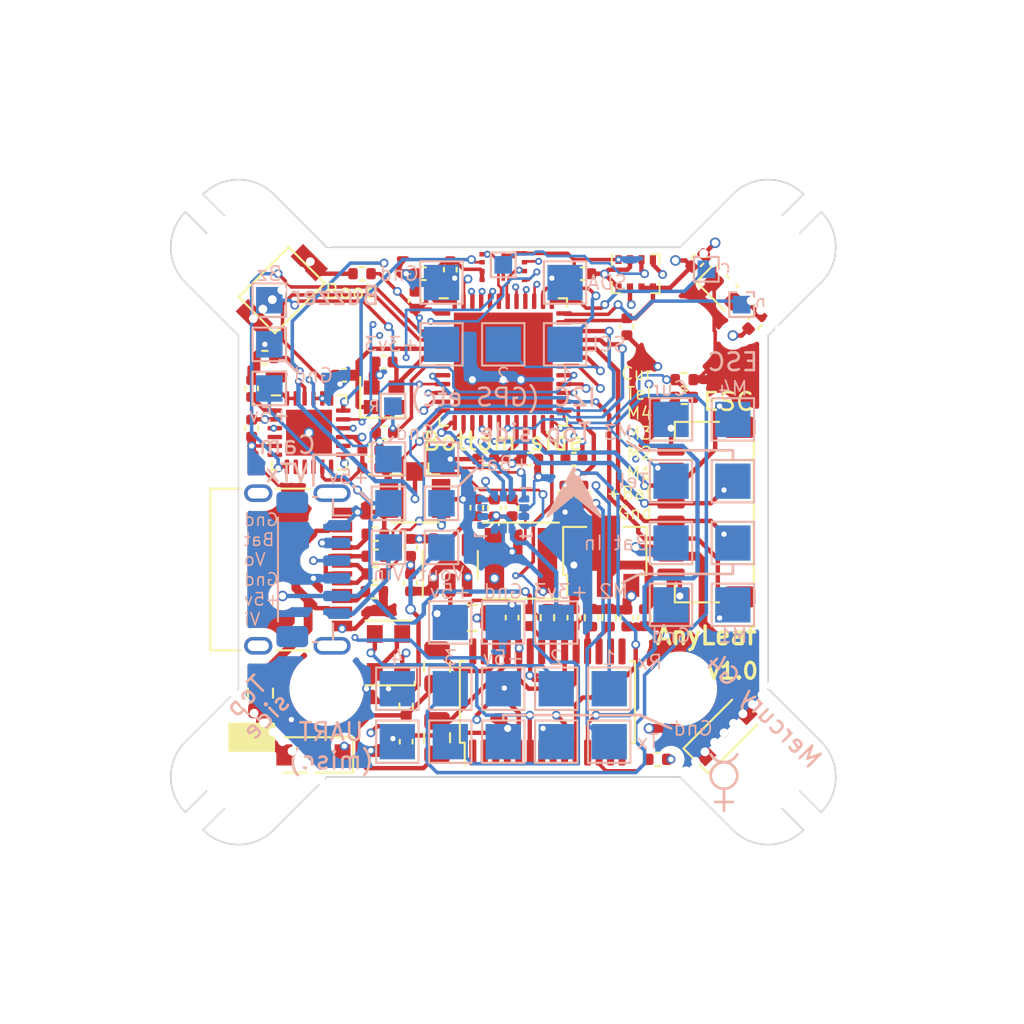
<source format=kicad_pcb>
(kicad_pcb (version 20211014) (generator pcbnew)
  (layers (0 "F.Cu" signal) (1 "In1.Cu" power) (2 "In2.Cu" power) (31 "B.Cu" signal) (34 "B.Paste" user) (35 "F.Paste" user) (36 "B.SilkS" user "B.Silkscreen") (37 "F.SilkS" user "F.Silkscreen") (38 "B.Mask" user) (39 "F.Mask" user) (44 "Edge.Cuts" user))
  (net 0 "")
  (net 1 "/SCK_1")
  (net 2 "/MISO_1")
  (net 3 "/MOSI_1")
  (net 4 "/NRST")
  (net 5 "Net-(J18-PadA5)")
  (net 6 "Net-(J18-PadA6)")
  (net 7 "Net-(J18-PadA7)")
  (net 8 "GND")
  (net 9 "+3V3")
  (net 11 "/IMU_INTERRUPT")
  (net 12 "/CS_IMU")
  (net 13 "/SWCLK")
  (net 14 "/VID_IN")
  (net 15 "/VID_OUT")
  (net 16 "+5V")
  (net 17 "+BATT")
  (net 18 "Net-(D1-Pad2)")
  (net 19 "Net-(F1-Pad2)")
  (net 23 "Net-(C6-Pad2)")
  (net 24 "/BOOT0")
  (net 26 "Net-(C9-Pad2)")
  (net 27 "/CURRENT")
  (net 28 "Net-(R6-Pad1)")
  (net 29 "/SCL2")
  (net 30 "/SDA2")
  (net 31 "/BAT_IN")
  (net 32 "/SCL1")
  (net 33 "/SDA1")
  (net 34 "/UART1_TX")
  (net 35 "/UART1_RX")
  (net 36 "/UART2_TX")
  (net 37 "/UART2_RX")
  (net 38 "/UART3_TX")
  (net 39 "/UART3_RX")
  (net 40 "/UART4_TX")
  (net 41 "/UART4_RX")
  (net 44 "/HS")
  (net 45 "/VS")
  (net 46 "/LOS")
  (net 47 "Net-(C22-Pad2)")
  (net 48 "Net-(C25-Pad1)")
  (net 49 "/USB_DP")
  (net 50 "/USB_DN")
  (net 51 "Net-(U6-Pad5)")
  (net 52 "Net-(U6-Pad6)")
  (net 53 "Net-(C24-Pad1)")
  (net 54 "Net-(C24-Pad2)")
  (net 55 "Net-(D3-Pad2)")
  (net 56 "/CS_OSD")
  (net 57 "/CS_FLASH")
  (net 58 "Net-(J18-PadB5)")
  (net 59 "/SCK_3")
  (net 60 "/MISO_3")
  (net 61 "/MOSI_3")
  (net 62 "/SWDIO")
  (net 63 "/BUZZER+")
  (net 64 "/MOSI_2")
  (net 65 "/SCK_2")
  (net 66 "/MISO_2")
  (net 67 "Net-(C15-Pad2)")
  (net 68 "/M2")
  (net 69 "/M1")
  (net 70 "/M4")
  (net 71 "/M3")
  (net 72 "/BATT_DIV")
  (net 73 "/CUR_DIV")
  (net 79 "/CS_ELRS")
  (net 82 "/ELRS_BUSY")
  (net 83 "Net-(J5-Pad1)")
  (net 84 "/ELRS_RST")
  (footprint "Capacitor_SMD:C_0402_1005Metric" (layer "F.Cu") (at 132.5 74)
    (fp_text reference "C11" hide)
    (fp_text value "100n")
  )
  (footprint "Anyleaf_Shared:Mouse bites_7mm" (layer "F.Cu") (at 149.5 100 45)
    (fp_text reference "H11" hide)
    (fp_text value "MountingHole_Pad" hide)
  )
  (footprint "Resistor_SMD:R_0402_1005Metric" (layer "F.Cu") (at 131.5 98.5 -90)
    (fp_text reference "R11" hide)
    (fp_text value "75")
  )
  (footprint "Resistor_SMD:R_0402_1005Metric" (layer "F.Cu") (at 147.25 80 180)
    (fp_text reference "R18" hide)
    (fp_text value "1.5k")
  )
  (footprint "MountingHole:MountingHole_3.2mm_M3" (layer "F.Cu") (at 152.25 72.25)
    (fp_text reference "H2" hide)
    (fp_text value "MountingHole")
  )
  (footprint "Capacitor_SMD:C_0402_1005Metric" (layer "F.Cu") (at 144 77 90)
    (fp_text reference "C10" hide)
    (fp_text value "100n")
  )
  (footprint "Resistor_SMD:R_0402_1005Metric" (layer "F.Cu") (at 129.75 88.75)
    (fp_text reference "R2" hide)
    (fp_text value "5.1K")
  )
  (footprint "Capacitor_SMD:C_0402_1005Metric" (layer "F.Cu") (at 137.5 93.475 -90)
    (fp_text reference "C19" hide)
    (fp_text value "100n")
  )
  (footprint "Capacitor_SMD:C_0402_1005Metric" (layer "F.Cu") (at 135.5 87.25 -90)
    (fp_text reference "C1" hide)
    (fp_text value "2.2u")
  )
  (footprint "MountingHole:MountingHole_3.2mm_M3" (layer "F.Cu") (at 121.75 102.75)
    (fp_text reference "H3" hide)
    (fp_text value "MountingHole")
  )
  (footprint "Capacitor_SMD:C_0402_1005Metric" (layer "F.Cu") (at 136 84.5)
    (fp_text reference "C13" hide)
    (fp_text value "100n")
  )
  (footprint "Capacitor_SMD:C_0402_1005Metric" (layer "F.Cu") (at 128 79.75)
    (fp_text reference "C6" hide)
    (fp_text value "12p")
  )
  (footprint "Crystal:Crystal_SMD_2016-4Pin_2.0x1.6mm" (layer "F.Cu") (at 130.25 81)
    (fp_text reference "Y1" hide)
    (fp_text value "16M")
  )
  (footprint "Anyleaf_Shared:Mouse bites_7mm" (layer "F.Cu") (at 124.5 100.5 135)
    (fp_text reference "H9" hide)
    (fp_text value "MountingHole_Pad" hide)
  )
  (footprint "Anyleaf_Shared:Mouse bites_7mm" (layer "F.Cu") (at 150.5 75 135)
    (fp_text reference "H12" hide)
    (fp_text value "MountingHole_Pad" hide)
  )
  (footprint "Capacitor_SMD:C_0402_1005Metric" (layer "F.Cu") (at 145 93.48 90)
    (fp_text reference "C14" hide)
    (fp_text value "10u")
  )
  (footprint "Capacitor_SMD:C_0805_2012Metric" (layer "F.Cu") (at 133.25 100.275 90)
    (fp_text reference "C24" hide)
    (fp_text value "47u")
  )
  (footprint "MountingHole:MountingHole_3.2mm_M3" (layer "F.Cu") (at 127 77.5)
    (fp_text reference "H5" hide)
    (fp_text value "MountingHole")
  )
  (footprint "Capacitor_SMD:C_0402_1005Metric" (layer "F.Cu") (at 144 93.5 90)
    (fp_text reference "C15" hide)
    (fp_text value "10u")
  )
  (footprint "Anyleaf_Shared:SMNR4020 inductor" (layer "F.Cu") (at 138 90.25)
    (fp_text reference "L2" hide)
    (fp_text value "100u")
  )
  (footprint "Capacitor_SMD:C_0805_2012Metric" (layer "F.Cu") (at 133.25 96.275 -90)
    (fp_text reference "C25" hide)
    (fp_text value "47u")
  )
  (footprint "Capacitor_SMD:C_0402_1005Metric" (layer "F.Cu") (at 141 93.475 -90)
    (fp_text reference "C20" hide)
    (fp_text value "100n")
  )
  (footprint "Resistor_SMD:R_0402_1005Metric" (layer "F.Cu") (at 129.75 91)
    (fp_text reference "R5" hide)
    (fp_text value "22")
  )
  (footprint "Resistor_SMD:R_0402_1005Metric" (layer "F.Cu") (at 140.5 86.5 90)
    (fp_text reference "R14" hide)
    (fp_text value "1.5k")
  )
  (footprint "Resistor_SMD:R_0402_1005Metric" (layer "F.Cu") (at 145.75 101.5)
    (fp_text reference "R9" hide)
    (fp_text value "1k")
  )
  (footprint "Package_TO_SOT_SMD:TSOT-23-5" (layer "F.Cu") (at 134 90.5 90)
    (fp_text reference "U4" hide)
    (fp_text value "3V3")
  )
  (footprint "Anyleaf_Shared:SW-SMD-2_3.6x6.0x8.0" (layer "F.Cu") (at 124.46 74.93 45)
    (fp_text reference "SW1" hide)
    (fp_text value "SW_DIP_x01")
  )
  (footprint "Fuse:Fuse_0805_2012Metric" (layer "F.Cu") (at 123.25 97.75 90)
    (fp_text reference "F1" hide)
    (fp_text value "6V, 2.2A")
  )
  (footprint "Connector_JST:JST_SH_SM08B-SRSS-TB_1x08-1MP_P1.00mm_Horizontal" (layer "F.Cu") (at 148.5 87.5 90)
    (fp_text reference "J19" hide)
    (fp_text value "Conn_01x08_Male")
  )
  (footprint "Resistor_SMD:R_0402_1005Metric" (layer "F.Cu") (at 141.5 86.5 -90)
    (fp_text reference "R13" hide)
    (fp_text value "15k")
  )
  (footprint "Capacitor_SMD:C_0402_1005Metric" (layer "F.Cu") (at 134 73.77 -90)
    (fp_text reference "C23" hide)
    (fp_text value "100n")
  )
  (footprint "MountingHole:MountingHole_3.2mm_M3" (layer "F.Cu") (at 152.25 102.75)
    (fp_text reference "H4" hide)
    (fp_text value "MountingHole")
  )
  (footprint "Capacitor_SMD:C_0805_2012Metric" (layer "F.Cu") (at 135.25 93.5)
    (fp_text reference "C27" hide)
    (fp_text value "47u")
  )
  (footprint "Resistor_SMD:R_0402_1005Metric" (layer "F.Cu") (at 147.25 81 180)
    (fp_text reference "R16" hide)
    (fp_text value "15k")
  )
  (footprint "LED_SMD:LED_0603_1608Metric" (layer "F.Cu") (at 149.5 75 -45)
    (fp_text reference "D3" hide)
    (fp_text value "LED")
  )
  (footprint "Resistor_SMD:R_0402_1005Metric" (layer "F.Cu") (at 129.75 90)
    (fp_text reference "R4" hide)
    (fp_text value "22")
  )
  (footprint "Capacitor_SMD:C_0402_1005Metric" (layer "F.Cu") (at 129.5 85 180)
    (fp_text reference "C29" hide)
    (fp_text value "100n")
  )
  (footprint "Capacitor_SMD:C_0402_1005Metric" (layer "F.Cu") (at 131.75 89.5 90)
    (fp_text reference "C8" hide)
    (fp_text value "2.2u")
  )
  (footprint "Package_DFN_QFN:QFN-48-1EP_7x7mm_P0.5mm_EP5.6x5.6mm" (layer "F.Cu") (at 137 79)
    (fp_text reference "U1" hide)
    (fp_text value "STM32G431CBU6")
  )
  (footprint "Capacitor_SMD:C_0402_1005Metric" (layer "F.Cu") (at 122.75 82.75 90)
    (fp_text reference "C28" hide)
    (fp_text value "100n")
  )
  (footprint "Capacitor_SMD:C_0402_1005Metric" (layer "F.Cu") (at 148 73.25 -135)
    (fp_text reference "C2" hide)
    (fp_text value "100n")
  )
  (footprint "Capacitor_SMD:C_0402_1005Metric" (layer "F.Cu") (at 132 75.5 -90)
    (fp_text reference "C16" hide)
    (fp_text value "100n")
  )
  (footprint "Resistor_SMD:R_0402_1005Metric" (layer "F.Cu") (at 129 74)
    (fp_text reference "R6" hide)
    (fp_text value "510")
  )
  (footprint "Capacitor_SMD:C_0402_1005Metric" (layer "F.Cu") (at 131.5 100.5 90)
    (fp_text reference "C21" hide)
    (fp_text value "100n")
  )
  (footprint "MountingHole:MountingHole_3.2mm_M3" (layer "F.Cu") (at 147 97.5)
    (fp_text reference "H6" hide)
    (fp_text value "MountingHole")
  )
  (footprint "Resistor_SMD:R_0402_1005Metric" (layer "F.Cu") (at 123.5 78.75)
    (fp_text reference "R1" hide)
    (fp_text value "10k")
  )
  (footprint "Resistor_SMD:R_0402_1005Metric" (layer "F.Cu") (at 151.25 76.75 -135)
    (fp_text reference "R12" hide)
    (fp_text value "22")
  )
  (footprint "MountingHole:MountingHole_3.2mm_M3" (layer "F.Cu") (at 127 97.5)
    (fp_text reference "H8" hide)
    (fp_text value "MountingHole")
  )
  (footprint "Capacitor_SMD:C_0402_1005Metric" (layer "F.Cu") (at 122.75 80.5 -90)
    (fp_text reference "C26" hide)
    (fp_text value "100n")
  )
  (footprint "Capacitor_SMD:C_0402_1005Metric" (layer "F.Cu") (at 130.27 83)
    (fp_text reference "C18" hide)
    (fp_text value "100n")
  )
  (footprint "Package_SO:TSSOP-28_4.4x9.7mm_P0.65mm" (layer "F.Cu") (at 139.5 98.25 90)
    (fp_text reference "U6" hide)
    (fp_text value "AT7456E")
  )
  (footprint "Package_TO_SOT_SMD:SOT-89-3" (layer "F.Cu") (at 142.75 90 90)
    (fp_text reference "U5" hide)
    (fp_text value "5V")
  )
  (footprint "Capacitor_SMD:C_0402_1005Metric" (layer "F.Cu") (at 137.5 87.25 -90)
    (fp_text reference "C3" hide)
    (fp_text value "100n")
  )
  (footprint "Package_DFN_QFN:QFN-24-1EP_4x4mm_P0.5mm_EP2.6x2.6mm" (layer "F.Cu") (at 126 83)
    (fp_text reference "U8" hide)
    (fp_text value "SX1281")
  )
  (footprint "Resistor_SMD:R_0402_1005Metric" (layer "F.Cu") (at 139.5 93.475 90)
    (fp_text reference "R10" hide)
    (fp_text value "75")
  )
  (footprint "Connector_USB:USB_C_Receptacle_XKB_U262-16XN-4BVC11" (layer "F.Cu") (at 124.2 90.75 -90)
    (fp_text reference "J18" hide)
    (fp_text value "USB_C_Receptacle_USB2.0")
  )
  (footprint "Diode_SMD:D_SOD-123" (layer "F.Cu") (at 126.25 101.25 180)
    (fp_text reference "D1" hide)
    (fp_text value "MBR0530")
  )
  (footprint "Anyleaf_Shared:Mouse bites_7mm" (layer "F.Cu") (at 124.46 74.93 45)
    (fp_text reference "H10" hide)
    (fp_text value "MountingHole_Pad" hide)
  )
  (footprint "Capacitor_SMD:C_0402_1005Metric" (layer "F.Cu") (at 131.75 91.5 -90)
    (fp_text reference "C7" hide)
    (fp_text value "1u")
  )
  (footprint "Capacitor_SMD:C_0402_1005Metric" (layer "F.Cu") (at 130.25 79)
    (fp_text reference "C9" hide)
    (fp_text value "6.8p")
  )
  (footprint "Capacitor_SMD:C_0402_1005Metric" (layer "F.Cu") (at 129.5 84 180)
    (fp_text reference "C30" hide)
    (fp_text value "100n")
  )
  (footprint "Diode_SMD:D_SOD-123" (layer "F.Cu") (at 149.5 100 45)
    (fp_text reference "D2" hide)
    (fp_text value "MBR0530")
  )
  (footprint "Resistor_SMD:R_0402_1005Metric" (layer "F.Cu") (at 129.7 92)
    (fp_text reference "R3" hide)
    (fp_text value "5.1K")
  )
  (footprint "MountingHole:MountingHole_3.2mm_M3" (layer "F.Cu") (at 121.75 72.25)
    (fp_text reference "H1" hide)
    (fp_text value "MountingHole")
  )
  (footprint "Resistor_SMD:R_0402_1005Metric" (layer "F.Cu") (at 143 93.475 90)
    (fp_text reference "R7" hide)
    (fp_text value "1k")
  )
  (footprint "Capacitor_SMD:C_0402_1005Metric" (layer "F.Cu") (at 141.5 74 180)
    (fp_text reference "C5" hide)
    (fp_text value "100n")
  )
  (footprint "Package_LGA:Bosch_LGA-8_2x2.5mm_P0.65mm_ClockwisePinNumbering" (layer "F.Cu") (at 144.5 74)
    (fp_text reference "U3" hide)
    (fp_text value "DPS310")
  )
  (footprint "MountingHole:MountingHole_3.2mm_M3" (layer "F.Cu") (at 147 77.5)
    (fp_text reference "H7" hide)
    (fp_text value "MountingHole")
  )
  (footprint "Oscillator:Oscillator_SMD_EuroQuartz_XO32-4Pin_3.2x2.5mm" (layer "F.Cu") (at 130.5 95.475 180)
    (fp_text reference "Y2" hide)
    (fp_text value "27M")
  )
  (footprint "Capacitor_SMD:C_0402_1005Metric" (layer "F.Cu") (at 136.5 87.27 90)
    (fp_text reference "C4" hide)
    (fp_text value "10n")
  )
  (footprint "Capacitor_SMD:C_0402_1005Metric" (layer "F.Cu") (at 138.5 93.475 -90)
    (fp_text reference "C22" hide)
    (fp_text value "100n")
  )
  (footprint "Connector_Coaxial:U.FL_Hirose_U.FL-R-SMT-1_Vertical" (layer "F.Cu") (at 132 86.25 -90)
    (fp_text reference "J5" hide)
    (fp_text value "Conn_Coaxial")
  )
  (footprint "Capacitor_SMD:C_0402_1005Metric" (layer "F.Cu") (at 141 84.5 180)
    (fp_text reference "C17" hide)
    (fp_text value "100n")
  )
  (footprint "Anyleaf_Shared:USON-8_2.0x3.0mm_P0.5mm" (layer "F.Cu") (at 137 73.6 180)
    (fp_text reference "U7" hide)
    (fp_text value "W25Q128JVS")
  )
  (footprint "Capacitor_SMD:C_0402_1005Metric" (layer "F.Cu") (at 138.5 84.5 180)
    (fp_text reference "C12" hide)
    (fp_text value "100n")
  )
  (footprint "Resistor_SMD:R_0402_1005Metric" (layer "F.Cu") (at 142 93.475 90)
    (fp_text reference "R8" hide)
    (fp_text value "1k")
  )
  (footprint "TestPoint:TestPoint_Pad_1.5x1.5mm" (layer "B.Cu") (at 130.5 89.5 180)
    (fp_text reference "J12" hide)
    (fp_text value "Conn_01x01_Female")
  )
  (footprint "TestPoint:TestPoint_Pad_1.0x1.0mm" (layer "B.Cu") (at 150.5 75.75 180)
    (fp_text reference "J1" hide)
    (fp_text value "Conn_01x01_Female")
  )
  (footprint "TestPoint:TestPoint_Pad_2.0x2.0mm" (layer "B.Cu") (at 131 100.5 180)
    (fp_text reference "J38" hide)
    (fp_text value "Conn_01x01_Female")
  )
  (footprint "TestPoint:TestPoint_Pad_2.0x2.0mm" (layer "B.Cu") (at 143 97.5 180)
    (fp_text reference "J45" hide)
    (fp_text value "Conn_01x01_Female")
  )
  (footprint "TestPoint:TestPoint_Pad_1.5x1.5mm" (layer "B.Cu") (at 123.75 80.5 180)
    (fp_text reference "J36" hide)
    (fp_text value "Conn_01x01_Female")
  )
  (footprint "TestPoint:TestPoint_Pad_2.0x2.0mm" (layer "B.Cu") (at 146.5 82.25 180)
    (fp_text reference "J21" hide)
    (fp_text value "Conn_01x01_Female")
  )
  (footprint "TestPoint:TestPoint_Pad_2.0x2.0mm" (layer "B.Cu") (at 150 92.75 180)
    (fp_text reference "J8" hide)
    (fp_text value "Conn_01x01_Female")
  )
  (footprint "TestPoint:TestPoint_Pad_2.0x2.0mm" (layer "B.Cu") (at 146.5 89.25 180)
    (fp_text reference "J9" hide)
    (fp_text value "Conn_01x01_Female")
  )
  (footprint "TestPoint:TestPoint_Pad_1.5x1.5mm" (layer "B.Cu") (at 130.5 87 180)
    (fp_text reference "J26" hide)
    (fp_text value "Conn_01x01_Female")
  )
  (footprint "TestPoint:TestPoint_Pad_1.5x1.5mm" (layer "B.Cu") (at 133.5 87 180)
    (fp_text reference "J29" hide)
    (fp_text value "Conn_01x01_Female")
  )
  (footprint "TestPoint:TestPoint_Pad_2.0x2.0mm" (layer "B.Cu") (at 140 100.5 180)
    (fp_text reference "J42" hide)
    (fp_text value "Conn_01x01_Female")
  )
  (footprint "TestPoint:TestPoint_Pad_1.0x1.0mm" (layer "B.Cu") (at 130.75 81.5 180)
    (fp_text reference "J34" hide)
    (fp_text value "Conn_01x01_Female")
  )
  (footprint "TestPoint:TestPoint_Pad_2.0x2.0mm" (layer "B.Cu") (at 150 89.25 180)
    (fp_text reference "J7" hide)
    (fp_text value "Conn_01x01_Female")
  )
  (footprint "TestPoint:TestPoint_Pad_2.0x2.0mm" (layer "B.Cu") (at 140 93.75 180)
    (fp_text reference "J32" hide)
    (fp_text value "Conn_01x01_Female")
  )
  (footprint "TestPoint:TestPoint_Pad_2.0x2.0mm" (layer "B.Cu") (at 140 97.5 180)
    (fp_text reference "J43" hide)
    (fp_text value "Conn_01x01_Female")
  )
  (footprint "TestPoint:TestPoint_Pad_2.0x2.0mm" (layer "B.Cu") (at 140.5 78 180)
    (fp_text reference "J15" hide)
    (fp_text value "Conn_01x01_Female")
  )
  (footprint "TestPoint:TestPoint_Pad_2.0x2.0mm" (layer "B.Cu") (at 134 100.5 180)
    (fp_text reference "J40" hide)
    (fp_text value "Conn_01x01_Female")
  )
  (footprint "TestPoint:TestPoint_Pad_2.0x2.0mm" (layer "B.Cu") (at 137 100.5 180)
    (fp_text reference "J17" hide)
    (fp_text value "Conn_01x01_Female")
  )
  (footprint "TestPoint:TestPoint_Pad_2.0x2.0mm" (layer "B.Cu") (at 146.5 85.75 180)
    (fp_text reference "J22" hide)
    (fp_text value "Conn_01x01_Female")
  )
  (footprint "TestPoint:TestPoint_Pad_2.0x2.0mm" (layer "B.Cu") (at 137 97.5 180)
    (fp_text reference "J16" hide)
    (fp_text value "Conn_01x01_Female")
  )
  (footprint "TestPoint:TestPoint_Pad_1.5x1.5mm" (layer "B.Cu") (at 130.5 84.5 180)
    (fp_text reference "J28" hide)
    (fp_text value "Conn_01x01_Female")
  )
  (footprint "TestPoint:TestPoint_Pad_1.5x1.5mm" (layer "B.Cu") (at 133.5 89.5 180)
    (fp_text reference "J13" hide)
    (fp_text value "Conn_01x01_Female")
  )
  (footprint "TestPoint:TestPoint_Pad_1.5x1.5mm" (layer "B.Cu") (at 123.75 78 180)
    (fp_text reference "J37" hide)
    (fp_text value "Conn_01x01_Female")
  )
  (footprint "TestPoint:TestPoint_Pad_2.0x2.0mm" (layer "B.Cu") (at 137 78 180)
    (fp_text reference "J49" hide)
    (fp_text value "Conn_01x01_Female")
  )
  (footprint "TestPoint:TestPoint_Pad_2.0x2.0mm" (layer "B.Cu") (at 137 93.75 180)
    (fp_text reference "J33" hide)
    (fp_text value "Conn_01x01_Female")
  )
  (footprint "Package_LGA:LGA-14_3x2.5mm_P0.5mm_LayoutBorder3x4y" (layer "B.Cu") (at 137 87.5 180)
    (fp_text reference "U2" hide)
    (fp_text value "ICM-42605")
  )
  (footprint "TestPoint:TestPoint_Pad_2.0x2.0mm" (layer "B.Cu") (at 143 100.5 180)
    (fp_text reference "J44" hide)
    (fp_text value "Conn_01x01_Female")
  )
  (footprint "TestPoint:TestPoint_Pad_1.5x1.5mm" (layer "B.Cu") (at 133.5 84.5 180)
    (fp_text reference "J25" hide)
    (fp_text value "Conn_01x01_Female")
  )
  (footprint "TestPoint:TestPoint_Pad_2.0x2.0mm" (layer "B.Cu") (at 133.5 74.5 180)
    (fp_text reference "J48" hide)
    (fp_text value "Conn_01x01_Female")
  )
  (footprint "TestPoint:TestPoint_Pad_2.0x2.0mm" (layer "B.Cu") (at 134 97.5 180)
    (fp_text reference "J41" hide)
    (fp_text value "Conn_01x01_Female")
  )
  (footprint "TestPoint:TestPoint_Pad_2.0x2.0mm" (layer "B.Cu") (at 150 85.75 180)
    (fp_text reference "J24" hide)
    (fp_text value "Conn_01x01_Female")
  )
  (footprint "TestPoint:TestPoint_Pad_2.0x2.0mm" (layer "B.Cu") (at 134 93.75 180)
    (fp_text reference "J47" hide)
    (fp_text value "Conn_01x01_Female")
  )
  (footprint "Connector_JST:JST_SH_BM06B-SRSS-TB_1x06-1MP_P1.00mm_Vertical" (layer "B.Cu") (at 126.25 90.75 -90)
    (fp_text reference "J6" hide)
    (fp_text value "Conn_01x06_Male")
  )
  (footprint "TestPoint:TestPoint_Pad_2.0x2.0mm" (layer "B.Cu") (at 140.5 74.5 180)
    (fp_text reference "J46" hide)
    (fp_text value "Conn_01x01_Female")
  )
  (footprint "TestPoint:TestPoint_Pad_1.0x1.0mm" (layer "B.Cu") (at 148.5 73.75 180)
    (fp_text reference "J2" hide)
    (fp_text value "Conn_01x01_Female")
  )
  (footprint "TestPoint:TestPoint_Pad_2.0x2.0mm" (layer "B.Cu") (at 146.5 92.75 180)
    (fp_text reference "J10" hide)
    (fp_text value "Conn_01x01_Female")
  )
  (footprint "TestPoint:TestPoint_Pad_2.0x2.0mm" (layer "B.Cu") (at 131 97.5 180)
    (fp_text reference "J39" hide)
    (fp_text value "Conn_01x01_Female")
  )
  (footprint "TestPoint:TestPoint_Pad_1.0x1.0mm" (layer "B.Cu") (at 137 73.5 180)
    (fp_text reference "J50" hide)
    (fp_text value "Conn_01x01_Female")
  )
  (footprint "TestPoint:TestPoint_Pad_2.0x2.0mm" (layer "B.Cu") (at 133.5 78 180)
    (fp_text reference "J30" hide)
    (fp_text value "Conn_01x01_Female")
  )
  (footprint "TestPoint:TestPoint_Pad_2.0x2.0mm" (layer "B.Cu") (at 150 82.25 180)
    (fp_text reference "J23" hide)
    (fp_text value "Conn_01x01_Female")
  )
  (footprint "TestPoint:TestPoint_Pad_1.5x1.5mm" (layer "B.Cu") (at 123.75 75.5 180)
    (fp_text reference "J31" hide)
    (fp_text value "Conn_01x01_Female")
  )
  (gr_poly (pts (xy 142.5 87.75) (xy 141 86.5) (xy 139.5 87.75) (xy 141 85)) (layer "B.SilkS") (width 0.15) (fill solid))
  (gr_line (start 150 84) (end 144.75 84) (layer "B.SilkS") (width 0.15))
  (gr_line (start 144.75 91) (end 143.75 91.5) (layer "B.SilkS") (width 0.15))
  (gr_line (start 150 90.45) (end 150 91) (layer "B.SilkS") (width 0.15))
  (gr_line (start 150 84) (end 150 84.55) (layer "B.SilkS") (width 0.15))
  (gr_line (start 137 99) (end 144.75 99) (layer "B.SilkS") (width 0.15))
  (gr_line (start 126.25 84.25) (end 126.25 86) (layer "B.SilkS") (width 0.15))
  (gr_line (start 144.75 84) (end 144 83.5) (layer "B.SilkS") (width 0.15))
  (gr_circle (center 149.5 102.41438) (end 150.25 102.41438) (layer "B.SilkS") (width 0.15) (fill none))
  (gr_line (start 144.75 99) (end 146.5 99.75) (layer "B.SilkS") (width 0.15))
  (gr_arc (start 150.25 101.208805) (mid 149.5 101.662862) (end 148.75 101.208805) (layer "B.SilkS") (width 0.15))
  (gr_line (start 137 99.3) (end 137 99) (layer "B.SilkS") (width 0.15))
  (gr_line (start 126.25 84.25) (end 129.25 84.25) (layer "B.SilkS") (width 0.15))
  (gr_line (start 150 103.915911) (end 149 103.915911) (layer "B.SilkS") (width 0.15))
  (gr_line (start 128.5 86) (end 129.55 87) (layer "B.SilkS") (width 0.15))
  (gr_line (start 130.5 83.55) (end 130.75 83.25) (layer "B.SilkS") (width 0.15))
  (gr_line (start 133.5 83.55) (end 133.25 83.25) (layer "B.SilkS") (width 0.15))
  (gr_line (start 125.25 79.5) (end 124.7 78.95) (layer "B.SilkS") (width 0.15))
  (gr_line (start 150 91) (end 144.75 91) (layer "B.SilkS") (width 0.15))
  (gr_line (start 149.5 103.25) (end 149.5 104.415911) (layer "B.SilkS") (width 0.15))
  (gr_line (start 134.45 86.05) (end 135.5 85) (layer "B.SilkS") (width 0.15))
  (gr_rect (start 121.5 99.5) (end 124 101) (layer "F.SilkS") (width 0.15) (fill solid))
  (gr_line (start 119 104.5) (end 120.5 103) (layer "Edge.Cuts") (width 0.1))
  (gr_line (start 154 105.5) (end 152.5 104) (layer "Edge.Cuts") (width 0.1))
  (gr_line (start 121.5 104) (end 120 105.5) (layer "Edge.Cuts") (width 0.1))
  (gr_line (start 119 74.5) (end 122 77.5) (layer "Edge.Cuts") (width 0.1))
  (gr_line (start 122 97.5) (end 119 100.5) (layer "Edge.Cuts") (width 0.1))
  (gr_arc (start 155 70.5) (mid 155.828427 72.5) (end 155 74.5) (layer "Edge.Cuts") (width 0.1))
  (gr_line (start 124 105.5) (end 127 102.5) (layer "Edge.Cuts") (width 0.1))
  (gr_arc (start 154 105.5) (mid 152 106.328427) (end 150 105.5) (layer "Edge.Cuts") (width 0.1))
  (gr_line (start 155 70.5) (end 153.5 72) (layer "Edge.Cuts") (width 0.1))
  (gr_line (start 120 69.5) (end 121.5 71) (layer "Edge.Cuts") (width 0.1))
  (gr_line (start 147 102.5) (end 127 102.5) (layer "Edge.Cuts") (width 0.1))
  (gr_line (start 152 77.5) (end 152 97.5) (layer "Edge.Cuts") (width 0.1))
  (gr_arc (start 119 74.5) (mid 118.171573 72.5) (end 119 70.5) (layer "Edge.Cuts") (width 0.1))
  (gr_arc (start 150 69.5) (mid 152 68.671573) (end 154 69.5) (layer "Edge.Cuts") (width 0.1))
  (gr_line (start 154 69.5) (end 152.5 71) (layer "Edge.Cuts") (width 0.1))
  (gr_line (start 152.5 104) (end 153.5 103) (layer "Edge.Cuts") (width 0.1))
  (gr_arc (start 119 104.5) (mid 118.171573 102.5) (end 119 100.5) (layer "Edge.Cuts") (width 0.1))
  (gr_line (start 147 102.5) (end 150 105.5) (layer "Edge.Cuts") (width 0.1))
  (gr_line (start 153.5 103) (end 155 104.5) (layer "Edge.Cuts") (width 0.1))
  (gr_arc (start 120 69.5) (mid 122 68.671573) (end 124 69.5) (layer "Edge.Cuts") (width 0.1))
  (gr_line (start 127 72.5) (end 147 72.5) (layer "Edge.Cuts") (width 0.1))
  (gr_line (start 122 77.5) (end 122 97.5) (layer "Edge.Cuts") (width 0.1))
  (gr_line (start 120.5 72) (end 119 70.5) (layer "Edge.Cuts") (width 0.1))
  (gr_line (start 152.5 71) (end 153.5 72) (layer "Edge.Cuts") (width 0.1))
  (gr_line (start 120.5 103) (end 121.5 104) (layer "Edge.Cuts") (width 0.1))
  (gr_line (start 147 72.5) (end 150 69.5) (layer "Edge.Cuts") (width 0.1))
  (gr_line (start 155 74.5) (end 152 77.5) (layer "Edge.Cuts") (width 0.1))
  (gr_arc (start 124 105.5) (mid 122 106.328427) (end 120 105.5) (layer "Edge.Cuts") (width 0.1))
  (gr_line (start 121.5 71) (end 120.5 72) (layer "Edge.Cuts") (width 0.1))
  (gr_arc (start 155 100.5) (mid 155.828427 102.5) (end 155 104.5) (layer "Edge.Cuts") (width 0.1))
  (gr_line (start 155 100.5) (end 152 97.5) (layer "Edge.Cuts") (width 0.1))
  (gr_line (start 127 72.5) (end 124 69.5) (layer "Edge.Cuts") (width 0.1))
  (gr_text "+Bat" (at 135.5 84.75) (layer "B.SilkS") (effects (font (size 0.8 0.8) (thickness 0.1)) (justify right mirror)))
  (gr_text "Bz" (at 123.75 74) (layer "B.SilkS") (effects (font (size 0.8 0.8) (thickness 0.1)) (justify mirror)))
  (gr_text "+5v" (at 134 92) (layer "B.SilkS") (effects (font (size 0.8 0.8) (thickness 0.1)) (justify mirror)))
  (gr_text "ESC" (at 150 79) (layer "B.SilkS") (effects (font (size 1 1)) (justify mirror)))
  (gr_text "Tx" (at 144.5 100.5) (layer "B.SilkS") (effects (font (size 0.8 0.8) (thickness 0.1)) (justify right mirror)))
  (gr_text "Top\nside" (at 123 98.5 45) (layer "B.SilkS") (effects (font (size 1 1)) (justify mirror)))
  (gr_text "Top side" (at 138.8 83) (layer "B.SilkS") (effects (font (size 1 1)) (justify mirror)))
  (gr_text "+3v3" (at 132.3 78) (layer "B.SilkS") (effects (font (size 0.8 0.8) (thickness 0.1)) (justify left mirror)))
  (gr_text "Rx" (at 144.5 96) (layer "B.SilkS") (effects (font (size 0.8 0.8) (thickness 0.1)) (justify right mirror)))
  (gr_text "M2" (at 143.25 92) (layer "B.SilkS") (effects (font (size 0.8 0.8) (thickness 0.1)) (justify mirror)))
  (gr_text "Vout" (at 133.5 91) (layer "B.SilkS") (effects (font (size 0.8 0.8) (thickness 0.1)) (justify mirror)))
  (gr_text "Vin" (at 130.5 91) (layer "B.SilkS") (effects (font (size 0.8 0.8) (thickness 0.1)) (justify mirror)))
  (gr_text "Gnd" (at 146.5 94.5) (layer "B.SilkS") (effects (font (size 0.8 0.8) (thickness 0.1)) (justify mirror)))
  (gr_text "UART\n(misc)" (at 127.25 100.75) (layer "B.SilkS") (effects (font (size 1 1)) (justify mirror)))
  (gr_text "+5v" (at 137 95.75) (layer "B.SilkS") (effects (font (size 0.8 0.8) (thickness 0.1)) (justify mirror)))
  (gr_text "Gnd\nBat\nVo\nGnd\n+5v\nVi\n" (at 122.25 90.75) (layer "B.SilkS") (effects (font (size 0.7 0.7) (thickness 0.09)) (justify right mirror)))
  (gr_text "D" (at 151.2 75.75) (layer "B.SilkS") (effects (font (size 0.6 0.6) (thickness 0.1)) (justify right mirror)))
  (gr_text "M4" (at 150 80.5) (layer "B.SilkS") (effects (font (size 0.8 0.8) (thickness 0.1)) (justify mirror)))
  (gr_text "Buzzer" (at 127.5 75.25) (layer "B.SilkS") (effects (font (size 1 1)) (justify mirror)))
  (gr_text "M1" (at 150 94.5) (layer "B.SilkS") (effects (font (size 0.8 0.8) (thickness 0.1)) (justify mirror)))
  (gr_text "SCL" (at 141.7 78) (layer "B.SilkS") (effects (font (size 0.8 0.8) (thickness 0.1)) (justify right mirror)))
  (gr_text "I2C (GPS etc)" (at 137 81) (layer "B.SilkS") (effects (font (size 1 1)) (justify mirror)))
  (gr_text "Gnd" (at 132 83) (layer "B.SilkS") (effects (font (size 0.8 0.8) (thickness 0.1)) (justify mirror)))
  (gr_text "2" (at 140 95.75) (layer "B.SilkS") (effects (font (size 0.8 0.8) (thickness 0.1)) (justify mirror)))
  (gr_text "+3v3" (at 140.25 92) (layer "B.SilkS") (effects (font (size 0.8 0.8) (thickness 0.1)) (justify mirror)))
  (gr_text "Tel" (at 145.3 85.75) (layer "B.SilkS") (effects (font (size 0.8 0.8) (thickness 0.1)) (justify left mirror)))
  (gr_text "C" (at 149.2 73.75) (layer "B.SilkS") (effects (font (size 0.6 0.6) (thickness 0.1)) (justify right mirror)))
  (gr_text "1" (at 140.5 79.75) (layer "B.SilkS") (effects (font (size 0.8 0.8) (thickness 0.1)) (justify mirror)))
  (gr_text "4" (at 131 95.75) (layer "B.SilkS") (effects (font (size 0.8 0.8) (thickness 0.1)) (justify mirror)))
  (gr_text "Cur" (at 147.5 80.5) (layer "B.SilkS") (effects (font (size 0.8 0.8) (thickness 0.1)) (justify left mirror)))
  (gr_text "SDA" (at 141.7 74.5) (layer "B.SilkS") (effects (font (size 0.8 0.8) (thickness 0.1)) (justify right mirror)))
  (gr_text "Bat In" (at 145.3 89.25) (layer "B.SilkS") (effects (font (size 0.8 0.8) (thickness 0.1)) (justify left mirror)))
  (gr_text "1" (at 143 95.75) (layer "B.SilkS") (effects (font (size 0.8 0.8) (thickness 0.1)) (justify mirror)))
  (gr_text "Mercury G4\n" (at 151.75 98.75 315) (layer "B.SilkS") (effects (font (size 1 1)) (justify mirror)))
  (gr_text "+5v" (at 123.75 82) (layer "B.SilkS") (effects (font (size 0.8 0.8) (thickness 0.1)) (justify mirror)))
  (gr_text "Gnd" (at 132.3 74) (layer "B.SilkS") (effects (font (size 0.8 0.8) (thickness 0.1)) (justify left mirror)))
  (gr_text "2" (at 137 79.75) (layer "B.SilkS") (effects (font (size 0.8 0.8) (thickness 0.1)) (justify mirror)))
  (gr_text "3" (at 134 95.75) (layer "B.SilkS") (effects (font (size 0.8 0.8) (thickness 0.1)) (justify mirror)))
  (gr_text "Gnd" (at 126.25 79.75) (layer "B.SilkS") (effects (font (size 0.8 0.8) (thickness 0.1)) (justify mirror)))
  (gr_text "R" (at 130.05 81.5) (layer "B.SilkS") (effects (font (size 0.6 0.6) (thickness 0.1)) (justify left mirror)))
  (gr_text "Cam\nVTx" (at 124.75 84.5) (layer "B.SilkS") (effects (font (size 1 1)) (justify mirror)))
  (gr_text "M3" (at 143.5 83) (layer "B.SilkS") (effects (font (size 0.8 0.8) (thickness 0.1)) (justify mirror)))
  (gr_text "Gnd" (at 147.75 99.75) (layer "B.SilkS") (effects (font (size 0.8 0.8) (thickness 0.1)) (justify mirror)))
  (gr_text "+5v" (at 128.25 85.5) (layer "B.SilkS") (effects (font (size 0.8 0.8) (thickness 0.1)) (justify mirror)))
  (gr_text "Gnd" (at 137 92) (layer "B.SilkS") (effects (font (size 0.8 0.8) (thickness 0.1)) (justify mirror)))
  (gr_text "Bottom side" (at 137 83.5) (layer "F.SilkS") (effects (font (size 1 1))))
  (gr_text "Cur\nTel\nM4\nM3\nM2\nM1\n+Bat\nGnd" (at 145.5 83.6) (layer "F.SilkS") (effects (font (size 0.7 0.7) (thickness 0.09)) (justify right)))
  (gr_text "ESC" (at 149.75 81.25) (layer "F.SilkS") (effects (font (size 1 1))))
  (gr_text "v1.0" (at 150 96.5) (layer "F.SilkS") (effects (font (size 0.9 0.9) (thickness 0.18))))
  (gr_text "Boot" (at 128.25 75) (layer "F.SilkS") (effects (font (size 0.8 0.8) (thickness 0.1))))
  (gr_text "AnyLeaf" (at 148.5 94.5) (layer "F.SilkS") (effects (font (size 1 1) (thickness 0.2))))
  (segment (start 134.0625 82.4375) (end 133.5 83) (width 0.25) (layer "F.Cu") (net 1))
  (segment (start 134.25 82.4375) (end 134.0625 82.4375) (width 0.25) (layer "F.Cu") (net 1))
  (via (at 133.5 83) (size 0.5) (drill 0.3) (layers "F.Cu" "B.Cu") (net 1))
  (segment (start 137 85.75) (end 136.148551 84.898551) (width 0.2) (layer "B.Cu") (net 1))
  (segment (start 134.499511 83.500489) (end 134.499511 83.749511) (width 0.2) (layer "B.Cu") (net 1))
  (segment (start 136.148551 84.898551) (end 135.648551 84.898551) (width 0.2) (layer "B.Cu") (net 1))
  (segment (start 137 85.75) (end 137 86.5875) (width 0.2) (layer "B.Cu") (net 1))
  (segment (start 133.999022 83) (end 134.499511 83.500489) (width 0.2) (layer "B.Cu") (net 1))
  (segment (start 135.648551 84.898551) (end 134.499511 83.749511) (width 0.2) (layer "B.Cu") (net 1))
  (segment (start 133.5 83) (end 133.999022 83) (width 0.2) (layer "B.Cu") (net 1))
  (segment (start 133.25 84.422328) (end 133.25 84.75) (width 0.2) (layer "F.Cu") (net 2))
  (segment (start 136.25 85) (end 136.5 85.25) (width 0.15) (layer "F.Cu") (net 2))
  (segment (start 136.5 85.25) (end 138 85.25) (width 0.15) (layer "F.Cu") (net 2))
  (segment (start 134.75 82.4375) (end 134.75 82.922328) (width 0.2) (layer "F.Cu") (net 2))
  (segment (start 133.375 84.875) (end 133.5 85) (width 0.15) (layer "F.Cu") (net 2))
  (segment (start 134.75 82.922328) (end 133.25 84.422328) (width 0.2) (layer "F.Cu") (net 2))
  (segment (start 133.5 85) (end 136.25 85) (width 0.15) (layer "F.Cu") (net 2))
  (segment (start 133.25 84.75) (end 133.375 84.875) (width 0.2) (layer "F.Cu") (net 2))
  (via (at 138 85.25) (size 0.5) (drill 0.3) (layers "F.Cu" "B.Cu") (net 2))
  (segment (start 138.1625 86.75) (end 138.1625 85.4125) (width 0.25) (layer "B.Cu") (net 2))
  (segment (start 138.1625 85.4125) (end 138 85.25) (width 0.25) (layer "B.Cu") (net 2))
  (segment (start 135.25 82.4375) (end 135.25 83.25) (width 0.2) (layer "F.Cu") (net 3))
  (segment (start 135.25 83.25) (end 135 83.5) (width 0.2) (layer "F.Cu") (net 3))
  (via (at 135 83.5) (size 0.4) (drill 0.2) (layers "F.Cu" "B.Cu") (net 3))
  (segment (start 137.424519 85.612037) (end 137.424519 86.512019) (width 0.25) (layer "B.Cu") (net 3))
  (segment (start 136.336513 84.524031) (end 137.424519 85.612037) (width 0.25) (layer "B.Cu") (net 3))
  (segment (start 137.424519 86.512019) (end 137.5 86.5875) (width 0.25) (layer "B.Cu") (net 3))
  (segment (start 135 83.5) (end 136.024031 84.524031) (width 0.25) (layer "B.Cu") (net 3))
  (segment (start 136.024031 84.524031) (end 136.336513 84.524031) (width 0.25) (layer "B.Cu") (net 3))
  (segment (start 131.800181 82.148841) (end 131.800181 80.050181) (width 0.2) (layer "F.Cu") (net 4))
  (segment (start 132.600362 79.25) (end 133.5625 79.25) (width 0.2) (layer "F.Cu") (net 4))
  (segment (start 130.949022 83) (end 131.800181 82.148841) (width 0.2) (layer "F.Cu") (net 4))
  (segment (start 131.800181 80.050181) (end 132.600362 79.25) (width 0.2) (layer "F.Cu") (net 4))
  (via (at 130.75 82.75) (size 0.4) (drill 0.2) (layers "F.Cu" "B.Cu") (net 4))
  (segment (start 130.75 81.5) (end 130.75 82.75) (width 0.2) (layer "B.Cu") (net 4))
  (segment (start 127.87 89.5) (end 128.744022 89.5) (width 0.25) (layer "F.Cu") (net 5))
  (segment (start 129.24 89.004022) (end 129.24 88.75) (width 0.25) (layer "F.Cu") (net 5))
  (segment (start 128.744022 89.5) (end 129.24 89.004022) (width 0.25) (layer "F.Cu") (net 5))
  (segment (start 128.720141 91.5) (end 129.220141 91) (width 0.25) (layer "F.Cu") (net 6))
  (segment (start 129.220141 91) (end 129.24 91) (width 0.25) (layer "F.Cu") (net 6))
  (segment (start 127.87 90.5) (end 128.74 90.5) (width 0.25) (layer "F.Cu") (net 6))
  (segment (start 128.74 90.5) (end 129.24 91) (width 0.25) (layer "F.Cu") (net 6))
  (segment (start 127.87 91.5) (end 128.720141 91.5) (width 0.25) (layer "F.Cu") (net 6))
  (segment (start 126.995978 91) (end 126.95 90.954022) (width 0.25) (layer "F.Cu") (net 7))
  (segment (start 129.24 90) (end 127.87 90) (width 0.25) (layer "F.Cu") (net 7))
  (segment (start 126.95 90.224511) (end 127.174511 90) (width 0.25) (layer "F.Cu") (net 7))
  (segment (start 127.174511 90) (end 127.87 90) (width 0.25) (layer "F.Cu") (net 7))
  (segment (start 127.87 91) (end 126.995978 91) (width 0.25) (layer "F.Cu") (net 7))
  (segment (start 126.95 90.954022) (end 126.95 90.224511) (width 0.25) (layer "F.Cu") (net 7))
  (segment (start 130.21 92.49) (end 128.95 93.75) (width 0.25) (layer "F.Cu") (net 8))
  (segment (start 141 92.995) (end 141 91.75) (width 0.25) (layer "F.Cu") (net 8))
  (segment (start 137.75 72.85) (end 137.6 73) (width 0.25) (layer "F.Cu") (net 8))
  (segment (start 129.79 82.71) (end 129.79 83) (width 0.25) (layer "F.Cu") (net 8))
  (segment (start 123.7075 80.02) (end 122.75 80.02) (width 0.2) (layer "F.Cu") (net 8))
  (segment (start 137.5 86.77) (end 138.25 87.52) (width 0.15) (layer "F.Cu") (net 8))
  (segment (start 140.99 73.2) (end 140.64 72.85) (width 0.2) (layer "F.Cu") (net 8))
  (segment (start 127.52 79.75) (end 127.52 80.02) (width 0.2) (layer "F.Cu") (net 8))
  (segment (start 148.943153 73.514331) (end 148.339411 72.910589) (width 0.25) (layer "F.Cu") (net 8))
  (segment (start 130.975489 95.299511) (end 129.725 96.55) (width 0.25) (layer "F.Cu") (net 8))
  (segment (start 140.035 93.5) (end 139.5 92.965) (width 0.25) (layer "F.Cu") (net 8))
  (segment (start 125.25 81.0625) (end 124.75 81.0625) (width 0.2) (layer "F.Cu") (net 8))
  (segment (start 133.52 86.77) (end 133.475 86.725) (width 0.25) (layer "F.Cu") (net 8))
  (segment (start 136.5 86.79) (end 136.515969 86.774031) (width 0.25) (layer "F.Cu") (net 8))
  (segment (start 140.5 93.5) (end 140.035 93.5) (width 0.25) (layer "F.Cu") (net 8))
  (segment (start 130 83.98) (end 129.98 84) (width 0.25) (layer "F.Cu") (net 8))
  (segment (start 141 91.75) (end 141.1 91.65) (width 0.25) (layer "F.Cu") (net 8))
  (segment (start 141 93) (end 140.5 93.5) (width 0.25) (layer "F.Cu") (net 8))
  (segment (start 129.77 79) (end 129.77 79.73) (width 0.25) (layer "F.Cu") (net 8))
  (segment (start 149 79) (end 148 80) (width 0.2) (layer "F.Cu") (net 8))
  (segment (start 124.25 86) (end 125.25 86) (width 0.15) (layer "F.Cu") (net 8))
  (segment (start 144.175 75.675) (end 144.25 75.75) (width 0.25) (layer "F.Cu") (net 8))
  (segment (start 141 92.995) (end 141 93) (width 0.25) (layer "F.Cu") (net 8))
  (segment (start 141.1 90.6) (end 141 90.5) (width 0.25) (layer "F.Cu") (net 8))
  (segment (start 144 77.5) (end 145.75 79.25) (width 0.25) (layer "F.Cu") (net 8))
  (segment (start 129.725 96.55) (end 129.725 97.025) (width 0.25) (layer "F.Cu") (net 8))
  (segment (start 135.52 86.79) (end 136.5 86.79) (width 0.25) (layer "F.Cu") (net 8))
  (segment (start 140.64 72.85) (end 140.1 72.85) (width 0.2) (layer "F.Cu") (net 8))
  (segment (start 127.87 94.1) (end 128.6 94.1) (width 0.25) (layer "F.Cu") (net 8))
  (segment (start 137.225 101.1125) (end 137.225 99.775) (width 0.28) (layer "F.Cu") (net 8))
  (segment (start 138.75 97) (end 138.5 96.75) (width 0.25) (layer "F.Cu") (net 8))
  (segment (start 127.9375 84.25) (end 127.9375 84.6875) (width 0.25) (layer "F.Cu") (net 8))
  (segment (start 144.175 74.8) (end 144.175 75.675) (width 0.25) (layer "F.Cu") (net 8))
  (segment (start 144 77.48) (end 144 77.5) (width 0.25) (layer "F.Cu") (net 8))
  (segment (start 130.95 81.55) (end 129.79 82.71) (width 0.25) (layer "F.Cu") (net 8))
  (segment (start 138.525 96.725) (end 138.5 96.75) (width 0.25) (layer "F.Cu") (net 8))
  (segment (start 122.75 84.5) (end 124.25 86) (width 0.15) (layer "F.Cu") (net 8))
  (segment (start 122.99 78.51) (end 123.5 78) (width 0.25) (layer "F.Cu") (net 8))
  (segment (start 134 91.6375) (end 134 93.2) (width 0.25) (layer "F.Cu") (net 8))
  (segment (start 147 91.5) (end 147 92.25) (width 0.25) (layer "F.Cu") (net 8))
  (segment (start 135.52 84.5) (end 134 84.5) (width 0.25) (layer "F.Cu") (net 8))
  (segment (start 146.5 91) (end 147 91.5) (width 0.25) (layer "F.Cu") (net 8))
  (segment (start 127.52 80.02) (end 127.75 80.25) (width 0.2) (layer "F.Cu") (net 8))
  (segment (start 127.9375 84.6875) (end 128 84.75) (width 0.25) (layer "F.Cu") (net 8))
  (segment (start 130.26 88.75) (end 130.26 86.99) (width 0.25) (layer "F.Cu") (net 8))
  (segment (start 138.25 89) (end 137.5 89.75) (width 0.15) (layer "F.Cu") (net 8))
  (segment (start 140.5 87.01) (end 140.5 87.5) (width 0.2) (layer "F.Cu") (net 8))
  (segment (start 143.525 73.2) (end 140.99 73.2) (width 0.2) (layer "F.Cu") (net 8))
  (segment (start 149 77.277127) (end 149 79) (width 0.2) (layer "F.Cu") (net 8))
  (segment (start 132.02 74) (end 131.5 74) (width 0.2) (layer "F.Cu") (net 8))
  (segment (start 138.525 95.3875) (end 138.525 96.725) (width 0.25) (layer "F.Cu") (net 8))
  (segment (start 132 75.02) (end 132 74.02) (width 0.2) (layer "F.Cu") (net 8))
  (segment (start 144.98 93.98) (end 145 93.96) (width 0.25) (layer "F.Cu") (net 8))
  (segment (start 124.75 81.0625) (end 123.7075 80.02) (width 0.2) (layer "F.Cu") (net 8))
  (segment (start 134.3 93.5) (end 135.3 92.5) (width 0.2) (layer "F.Cu") (net 8))
  (segment (start 128.65 87.4) (end 128.75 87.5) (width 0.25) (layer "F.Cu") (net 8))
  (segment (start 140.475 96.525) (end 140 97) (width 0.25) (layer "F.Cu") (net 8))
  (segment (start 148.943153 74.443153) (end 148.943153 77.22028) (width 0.2) (layer "F.Cu") (net 8))
  (segment (start 144 93.98) (end 144.98 93.98) (width 0.25) (layer "F.Cu") (net 8))
  (segment (start 131.5 100.98) (end 129.52 100.98) (width 0.25) (layer "F.Cu") (net 8))
  (segment (start 137.25 92.5) (end 137.5 92.75) (width 0.2) (layer "F.Cu") (net 8))
  (segment (start 131.75 91.02) (end 131.75 90.5) (width 0.25) (layer "F.Cu") (net 8))
  (segment (start 131.275 94.4) (end 131.1 94.4) (width 0.2) (layer "F.Cu") (net 8))
  (segment (start 137.6 73) (end 137.00974 73) (width 0.25) (layer "F.Cu") (net 8))
  (segment (start 130.525 86.725) (end 130.525 85.545) (width 0.25) (layer "F.Cu") (net 8))
  (segment (start 148.339411 72.910589) (end 148.589411 72.910589) (width 0.25) (layer "F.Cu") (net 8))
  (segment (start 141.125 93.105) (end 141 92.98) (width 0.25) (layer "F.Cu") (net 8))
  (segment (start 138.98 85.48) (end 139 85.5) (width 0.25) (layer "F.Cu") (net 8))
  (segment (start 141.02 73.23) (end 140.99 73.2) (width 0.2) (layer "F.Cu") (net 8))
  (segment (start 145 93.96) (end 145.71 93.96) (width 0.25) (layer "F.Cu") (net 8))
  (segment (start 141.48 83.52) (end 141.5 83.5) (width 0.25) (layer "F.Cu") (net 8))
  (segment (start 134.73 86.77) (end 133.52 86.77) (width 0.25) (layer "F.Cu") (net 8))
  (segment (start 127.87 87.4) (end 128.65 87.4) (width 0.25) (layer "F.Cu") (net 8))
  (segment (start 131.275 94.4) (end 130.975489 94.699511) (width 0.25) (layer "F.Cu") (net 8))
  (segment (start 124.0625 83.75) (end 122.75 83.75) (width 0.2) (layer "F.Cu") (net 8))
  (segment (start 140 97) (end 138.75 97) (width 0.25) (layer "F.Cu") (net 8))
  (segment (start 141.1 91.65) (end 141.1 90.6) (width 0.25) (layer "F.Cu") (net 8))
  (segment (start 129.79 83.29) (end 130 83.5) (width 0.25) (layer "F.Cu") (net 8))
  (segment (start 130 79.75) (end 129.79 79.75) (width 0.25) (layer "F.Cu") (net 8))
  (segment (start 130 83.5) (end 130 83.98) (width 0.25) (layer "F.Cu") (net 8))
  (segment (start 131.75 89.98) (end 131.75 90.5) (width 0.25) (layer "F.Cu") (net 8))
  (segment (start 132 74.02) (end 132.02 74) (width 0.2) (layer "F.Cu") (net 8))
  (segment (start 128.75 87.5) (end 129.75 87.5) (width 0.25) (layer "F.Cu") (net 8))
  (segment (start 137.225 99.775) (end 137.25 99.75) (width 0.28) (layer "F.Cu") (net 8))
  (segment (start 130.525 85.545) (end 129.98 85) (width 0.25) (layer "F.Cu") (net 8))
  (segment (start 148.943153 77.22028) (end 149 77.277127) (width 0.2) (layer "F.Cu") (net 8))
  (segment (start 136.515969 86.774031) (end 137.5 86.774031) (width 0.25) (layer "F.Cu") (net 8))
  (segment (start 122.75 83.23) (end 122.75 83.75) (width 0.2) (layer "F.Cu") (net 8))
  (segment (start 127.87 87.4) (end 128.1 87.4) (width 0.25) (layer "F.Cu") (net 8))
  (segment (start 140.1 72.85) (end 140.6 72.85) (width 0.2) (layer "F.Cu") (net 8))
  (segment (start 130.975489 94.699511) (end 130.975489 95.299511) (width 0.25) (layer "F.Cu") (net 8))
  (segment (start 130.149519 96.125481) (end 129.725 96.55) (width 0.2) (layer "F.Cu") (net 8))
  (segment (start 122.99 78.75) (end 122.99 78.51) (width 0.25) (layer "F.Cu") (net 8))
  (segment (start 129.79 83) (end 129.79 83.29) (width 0.25) (layer "F.Cu") (net 8))
  (segment (start 148.339411 72.910589) (end 149 72.25) (width 0.25) (layer "F.Cu") (net 8))
  (segment (start 128.6 94.1) (end 128.95 93.75) (width 0.25) (layer "F.Cu") (net 8))
  (segment (start 140.475 95.3875) (end 140.475 96.525) (width 0.25) (layer "F.Cu") (net 8))
  (segment (start 135.5 86.77) (end 135.52 86.79) (width 0.25) (layer "F.Cu") (net 8))
  (segment (start 129.79 79.75) (end 129.77 79.73) (width 0.25) (layer "F.Cu") (net 8))
  (segment (start 138.98 84.5) (end 138.98 85.48) (width 0.25) (layer "F.Cu") (net 8))
  (segment (start 129.75 87.5) (end 130.525 86.725) (width 0.25) (layer "F.Cu") (net 8))
  (segment (start 148 80) (end 147.76 80) (width 0.2) (layer "F.Cu") (net 8))
  (segment (start 129.77 80.23) (end 129.55 80.45) (width 0.25) (layer "F.Cu") (net 8))
  (segment (start 129.725 97.025) (end 129.25 97.5) (width 0.25) (layer "F.Cu") (net 8))
  (segment (start 130.26 86.99) (end 130.525 86.725) (width 0.25) (layer "F.Cu") (net 8))
  (segment (start 138.25 87.52) (end 138.25 89) (width 0.15) (layer "F.Cu") (net 8))
  (segment (start 129.77 79.73) (end 129.77 80.23) (width 0.25) (layer "F.Cu") (net 8))
  (segment (start 130 79.73) (end 130 79.75) (width 0.25) (layer "F.Cu") (net 8))
  (segment (start 141.02 74) (end 141.02 73.23) (width 0.2) (layer "F.Cu") (net 8))
  (segment (start 138.2 72.85) (end 140.1 72.85) (width 0.2) (layer "F.Cu") (net 8))
  (segment (start 141 92.98) (end 141.01 92.98) (width 0.25) (layer "F.Cu") (net 8))
  (segment (start 138.2 72.85) (end 137.75 72.85) (width 0.25) (layer "F.Cu") (net 8))
  (segment (start 134 93.2) (end 134.3 93.5) (width 0.25) (layer "F.Cu") (net 8))
  (segment (start 141.48 84.5) (end 141.48 83.52) (width 0.25) (layer "F.Cu") (net 8))
  (segment (start 122.75 83.75) (end 122.75 84.5) (width 0.15) (layer "F.Cu") (net 8))
  (segment (start 130.21 92) (end 130.21 92.49) (width 0.25) (layer "F.Cu") (net 8))
  (segment (start 126.25 81.0625) (end 126.75 81.0625) (width 0.2) (layer "F.Cu") (net 8))
  (segment (start 137.00974 73) (end 137.00487 72.99513) (width 0.25) (layer "F.Cu") (net 8))
  (segment (start 135.3 92.5) (end 137.25 92.5) (width 0.2) (layer "F.Cu") (net 8))
  (segment (start 145.71 93.96) (end 146.25 94.5) (width 0.25) (layer "F.Cu") (net 8))
  (segment (start 135.5 86.77) (end 134.73 86.77) (width 0.25) (layer "F.Cu") (net 8))
  (segment (start 129.52 100.98) (end 129.5 101) (width 0.25) (layer "F.Cu") (net 8))
  (segment (start 148.943153 74.443153) (end 148.943153 73.514331) (width 0.25) (layer "F.Cu") (net 8))
  (via (at 147 92.25) (size 0.6) (drill 0.4) (layers "F.Cu" "B.Cu") (net 8))
  (via (at 127.75 80.25) (size 0.5) (drill 0.3) (layers "F.Cu" "B.Cu") (net 8))
  (via (at 137.25 99.75) (size 0.6) (drill 0.4) (layers "F.Cu" "B.Cu") (net 8))
  (via (at 128 84.75) (size 0.5) (drill 0.3) (layers "F.Cu" "B.Cu") (net 8))
  (via (at 138 80) (size 0.6) (drill 0.4) (layers "F.Cu" "B.Cu") (net 8))
  (via (at 149 72.25) (size 0.6) (drill 0.4) (layers "F.Cu" "B.Cu") (net 8))
  (via (at 131.5 74) (size 0.5) (drill 0.3) (layers "F.Cu" "B.Cu") (net 8))
  (via (at 139 85.5) (size 0.5) (drill 0.3) (layers "F.Cu" "B.Cu") (net 8))
  (via (at 134.73 86.77) (size 0.5) (drill 0.3) (layers "F.Cu" "B.Cu") (net 8))
  (via (at 134 84.5) (size 0.5) (drill 0.3) (layers "F.Cu" "B.Cu") (net 8))
  (via (at 143.525 73.2) (size 0.4) (drill 0.2) (layers "F.Cu" "B.Cu") (net 8))
  (via (at 137.5 89.75) (size 0.5) (drill 0.3) (layers "F.Cu" "B.Cu") (net 8))
  (via (at 149.5 100) (size 0.5) (drill 0.3) (layers "F.Cu" "B.Cu") (net 8))
  (via (at 145.75 79.25) (size 0.5) (drill 0.3) (layers "F.Cu" "B.Cu") (net 8))
  (via (at 146.25 94.5) (size 0.5) (drill 0.3) (layers "F.Cu" "B.Cu") (net 8))
  (via (at 126 83) (size 0.6) (drill 0.4) (layers "F.Cu" "B.Cu") (net 8))
  (via (at 127.87 94.1) (size 0.5) (drill 0.3) (layers "F.Cu" "B.Cu") (net 8))
  (via (at 129.5 101) (size 0.5) (drill 0.3) (layers "F.Cu" "B.Cu") (net 8))
  (via (at 131.75 90.5) (size 0.5) (drill 0.3) (layers "F.Cu" "B.Cu") (net 8))
  (via (at 126.25 91.25) (size 0.5) (drill 0.3) (layers "F.Cu" "B.Cu") (net 8))
  (via (at 130 79.73) (size 0.5) (drill 0.3) (layers "F.Cu" "B.Cu") (net 8))
  (via (at 137 80) (size 0.6) (drill 0.4) (layers "F.Cu" "B.Cu") (net 8))
  (via (at 134.25 74.25) (size 0.5) (drill 0.3) (layers "F.Cu" "B.Cu") (net 8))
  (via (at 141.5 83.5) (size 0.4) (drill 0.2) (layers "F.Cu" "B.Cu") (net 8))
  (via (at 144.25 75.75) (size 0.5) (drill 0.3) (layers "F.Cu" "B.Cu") (net 8))
  (via (at 137.5 92.75) (size 0.5) (drill 0.3) (layers "F.Cu" "B.Cu") (net 8))
  (via (at 135.25 80) (size 0.6) (drill 0.4) (layers "F.Cu" "B.Cu") (net 8))
  (via (at 123.5 78) (size 0.5) (drill 0.3) (layers "F.Cu" "B.Cu") (net 8))
  (via (at 128.75 87.5) (size 0.5) (drill 0.3) (layers "F.Cu" "B.Cu") (net 8))
  (via (at 130 83.5) (size 0.5) (drill 0.3) (layers "F.Cu" "B.Cu") (net 8))
  (via (at 126.75 81.0625) (size 0.4) (drill 0.2) (layers "F.Cu" "B.Cu") (net 8))
  (via (at 141 90.5) (size 0.6) (drill 0.4) (layers "F.Cu" "B.Cu") (net 8))
  (via (at 140.5 87.5) (size 0.5) (drill 0.3) (layers "F.Cu" "B.Cu") (net 8))
  (via (at 129.25 97.5) (size 0.5) (drill 0.3) (layers "F.Cu" "B.Cu") (net 8))
  (via (at 125 99.25) (size 0.5) (drill 0.3) (layers "F.Cu" "B.Cu") (net 8))
  (via (at 138.5 96.75) (size 0.5) (drill 0.3) (layers "F.Cu" "B.Cu") (net 8))
  (via (at 122.75 83.75) (size 0.5) (drill 0.3) (layers "F.Cu" "B.Cu") (net 8))
  (segment (start 128 88.25) (end 128.75 87.5) (width 0.25) (layer "B.Cu") (net 8))
  (segment (start 139 85.5) (end 138.75 85.75) (width 0.15) (layer "B.Cu") (net 8))
  (segment (start 136.555697 88.4125) (end 136.527848 88.440349) (width 0.25) (layer "B.Cu") (net 8))
  (segment (start 134 84.5) (end 134.73 85.23) (width 0.25) (layer "B.Cu") (net 8))
  (segment (start 138.75 85.75) (end 138.75 87) (width 0.15) (layer "B.Cu") (net 8))
  (segment (start 130.737029 84.200489) (end 130.375489 84.562029) (width 0.2) (layer "B.Cu") (net 8))
  (segment (start 137 88.4125) (end 136.555697 88.4125) (width 0.25) (layer "B.Cu") (net 8))
  (segment (start 138.5 87.25) (end 138.1625 87.25) (width 0.15) (layer "B.Cu") (net 8))
  (segment (start 138.1625 87.25) (end 138.1625 87.75) (width 0.25) (layer "B.Cu") (net 8))
  (segment (start 137 88.4125) (end 137 89.25) (width 0.2) (layer "B.Cu") (net 8))
  (segment (start 138.75 87) (end 138.5 87.25) (width 0.15) (layer "B.Cu") (net 8))
  (segment (start 134.73 85.23) (end 134.73 86.77) (width 0.25) (layer "B.Cu") (net 8))
  (segment (start 137 89.25) (end 137.5 89.75) (width 0.2) (layer "B.Cu") (net 8))
  (segment (start 127.575 88.25) (end 128 88.25) (width 0.25) (layer "B.Cu") (net 8))
  (segment (start 135.8 73.85) (end 135.8 74.35) (width 0.25) (layer "F.Cu") (net 9))
  (segment (start 131.98 75.98) (end 131 75) (width 0.2) (layer "F.Cu") (net 9))
  (segment (start 143.870969 76.649031) (end 144 76.52) (width 0.2) (layer "F.Cu") (net 9))
  (segment (start 132.98 74) (end 132.63452 74.34548) (width 0.25) (layer "F.Cu") (net 9))
  (segment (start 133.5625 76.25) (end 133.15 76.25) (width 0.15) (layer "F.Cu") (net 9))
  (segment (start 132 75.98) (end 132 76.25) (width 0.2) (layer "F.Cu") (net 9))
  (segment (start 137.25 84.5) (end 137.5 84.75) (width 0.25) (layer "F.Cu") (net 9))
  (segment (start 136.5 87.75) (end 135.52 87.75) (width 0.25) (layer "F.Cu") (net 9))
  (segment (start 140.52 84.5) (end 140.52 83.52) (width 0.25) (layer "F.Cu") (net 9))
  (segment (start 132.63452 75.61548) (end 132.27 75.98) (width 0.25) (layer "F.Cu") (net 9))
  (segment (start 138.02 84.5) (end 137.75 84.5) (width 0.25) (layer "F.Cu") (net 9))
  (segment (start 135.700489 73.750489) (end 134.749511 73.750489) (width 0.2) (layer "F.Cu") (net 9))
  (segment (start 134.289022 73.29) (end 134 73.29) (width 0.2) (layer "F.Cu") (net 9))
  (segment (start 132.98 75.38) (end 132.98 74) (width 0.25) (layer "F.Cu") (net 9))
  (segment (start 136.52 87.73) (end 136.5 87.75) (width 0.25) (layer "F.Cu") (net 9))
  (segment (start 132.63452 74.34548) (end 132.63452 75.61548) (width 0.25) (layer "F.Cu") (net 9))
  (segment (start 130 74) (end 131 75) (width 0.2) (layer "F.Cu") (net 9))
  (segment (start 138.25 73.3) (end 138.2 73.35) (width 0.15) (layer "F.Cu") (net 9))
  (segment (start 140.538469 76.649031) (end 143.870969 76.649031) (width 0.2) (layer "F.Cu") (net 9))
  (segment (start 144.48 76.52) (end 145.475 75.525) (width 0.25) (layer "F.Cu") (net 9))
  (segment (start 141.98 74) (end 142.725 74) (width 0.25) (layer "F.Cu") (net 9))
  (segment (start 133.69 73.29) (end 132.98 74) (width 0.25) (layer "F.Cu") (net 9))
  (segment (start 142.7375 74.0125) (end 143.525 74.8) (width 0.25) (layer "F.Cu") (net 9))
  (segment (start 124.0625 81.75) (end 124.0625 82.25) (width 0.2) (layer "F.Cu") (net 9))
  (segment (start 129.02 83.77) (end 129.02 84) (width 0.2) (layer "F.Cu") (net 9))
  (segment (start 126.75 84.9375) (end 126.75 85.5) (width 0.2) (layer "F.Cu") (net 9))
  (segment (start 132.7075 89.02) (end 133.05 89.3625) (width 0.25) (layer "F.Cu") (net 9))
  (segment (start 123.52 81.75) (end 122.75 80.98) (width 0.25) (layer "F.Cu") (net 9))
  (segment (start 136.883193 84.5) (end 136.48 84.5) (width 0.25) (layer "F.Cu") (net 9))
  (segment (start 129.51 74) (end 130 74) (width 0.2) (layer "F.Cu") (net 9))
  (segment (start 146.75 73.25) (end 147.321178 73.25) (width 0.25) (layer "F.Cu") (net 9))
  (segment (start 127.9375 83.25) (end 129 83.25) (width 0.25) (layer "F.Cu") (net 9))
  (segment (start 135.8 73.85) (end 135.700489 73.750489) (width 0.2) (layer "F.Cu") (net 9))
  (segment (start 140.4375 76.75) (end 140.538469 76.649031) (width 0.2) (layer "F.Cu") (net 9))
  (segment (start 132 75.98) (end 131.98 75.98) (width 0.2) (layer "F.Cu") (net 9))
  (segment (start 133.6375 89.3625) (end 133.05 89.3625) (width 0.25) (layer "F.Cu") (net 9))
  (segment (start 133.15 76.25) (end 132.88 75.98) (width 0.15) (layer "F.Cu") (net 9))
  (segment (start 142.725 74) (end 142.7375 74.0125) (width 0.25) (layer "F.Cu") (net 9))
  (segment (start 136.48 84.5) (end 137.25 84.5) (width 0.25) (layer "F.Cu") (net 9))
  (segment (start 150.5 77.5) (end 150 77.5) (width 0.25) (layer "F.Cu") (net 9))
  (segment (start 124.0625 81.75) (end 123.52 81.75) (width 0.25) (layer "F.Cu") (net 9))
  (segment (start 138.25 84.27) (end 138.02 84.5) (width 0.25) (layer "F.Cu") (net 9))
  (segment (start 138.92452 73.22452) (end 139 73.3) (width 0.15) (layer "F.Cu") (net 9))
  (segment (start 134.749511 73.750489) (end 134.289022 73.29) (width 0.2) (layer "F.Cu") (net 9))
  (segment (start 144 76.52) (end 144.48 76.52) (width 0.25) (layer "F.Cu") (net 9))
  (segment (start 122.77 82.25) (end 122.75 82.27) (width 0.25) (layer "F.Cu") (net 9))
  (segment (start 143.819511 76.700489) (end 144 76.52) (width 0.2) (layer "F.Cu") (net 9))
  (segment (start 144.825 74.8) (end 145.475 74.8) (width 0.25) (layer "F.Cu") (net 9))
  (segment (start 135.52 87.75) (end 135.5 87.73) (width 0.25) (layer "F.Cu") (net 9))
  (segment (start 132.88 75.98) (end 132 75.98) (width 0.15) (layer "F.Cu") (net 9))
  (segment (start 137.75 83.633193) (end 136.883193 84.5) (width 0.25) (layer "F.Cu") (net 9))
  (segment (start 128.33952 85.68048) (end 129.02 85) (width 0.2) (layer "F.Cu") (net 9))
  (segment (start 136.5 87.75) (end 137.25 87.75) (width 0.25) (layer "F.Cu") (net 9))
  (segment (start 138.25 82.4375) (end 138.25 84.27) (width 0.25) (layer "F.Cu") (net 9))
  (segment (start 127.9375 83.25) (end 128.5 83.25) (width 0.2) (layer "F.Cu") (net 9))
  (segment (start 124.0625 82.25) (end 123.5 82.25) (width 0.25) (layer "F.Cu") (net 9))
  (segment (start 146.45 74.8) (end 147.660589 73.589411) (width 0.25) (layer "F.Cu") (net 9))
  (segment (start 137.75 82.4375) (end 137.75 83.633193) (width 0.25) (layer "F.Cu") (net 9))
  (segment (start 137.75 84.5) (end 137.5 84.75) (width 0.25) (layer "F.Cu") (net 9))
  (segment (start 133.1625 75.5625) (end 132.98 75.38) (width 0.25) (layer "F.Cu") (net 9))
  (segment (start 144.175 73.624022) (end 144.024511 73.774511) (width 0.25) (layer "F.Cu") (net 9))
  (segment (start 140.433073 83.455382) (end 140.5 83.5) (width 0.25) (layer "F.Cu") (net 9))
  (segment (start 132.27 75.98) (end 132 75.98) (width 0.25) (layer "F.Cu") (net 9))
  (segment (start 123.5 82.25) (end 122.77 82.25) (width 0.25) (layer "F.Cu") (net 9))
  (segment (start 126.75 85.5) (end 126.93048 85.68048) (width 0.2) (layer "F.Cu") (net 9))
  (segment (start 131.98 89.02) (end 132.7075 89.02) (width 0.5) (layer "F.Cu") (net 9))
  (segment (start 135.5 87.73) (end 135.27 87.73) (width 0.25) (layer "F.Cu") (net 9))
  (segment (start 150.889376 77.110624) (end 150.5 77.5) (width 0.25) (layer "F.Cu") (net 9))
  (segment (start 132 76.25) (end 132.25 76.5) (width 0.2) (layer "F.Cu") (net 9))
  (segment (start 139.25 82.4375) (end 139.25 82.928802) (width 0.25) (layer "F.Cu") (net 9))
  (segment (start 138.95 73.35) (end 139 73.4) (width 0.2) (layer "F.Cu") (net 9))
  (segment (start 131.75 89.02) (end 131.98 89.02) (width 0.25) (layer "F.Cu") (net 9))
  (segment (start 142.975489 73.774511) (end 142.7375 74.0125) (width 0.25) (layer "F.Cu") (net 9))
  (segment (start 134.25 75.5625) (end 133.1625 75.5625) (width 0.25) (layer "F.Cu") (net 9))
  (segment (start 144.024511 73.774511) (end 142.975489 73.774511) (width 0.25) (layer "F.Cu") (net 9))
  (segment (start 144.175 73.2) (end 144.175 73.624022) (width 0.25) (layer "F.Cu") (net 9))
  (segment (start 147.321178 73.25) (end 147.660589 73.589411) (width 0.25) (layer "F.Cu") (net 9))
  (segment (start 128.5 83.25) (end 129.02 83.77) (width 0.2) (layer "F.Cu") (net 9))
  (segment (start 140.52 83.52) (end 140.433073 83.455382) (width 0.25) (layer "F.Cu") (net 9))
  (segment (start 145.475 75.525) (end 145.475 74.8) (width 0.25) (layer "F.Cu") (net 9))
  (segment (start 129.02 84) (end 129.02 85) (width 0.25) (layer "F.Cu") (net 9))
  (segment (start 145.475 74.8) (end 146.45 74.8) (width 0.25) (layer "F.Cu") (net 9))
  (segment (start 139.25 82.928802) (end 140.52 84.198802) (width 0.25) (layer "F.Cu") (net 9))
  (segment (start 134 73.29) (end 133.69 73.29) (width 0.25) (layer "F.Cu") (net 9))
  (segment (start 126.93048 85.68048) (end 128.33952 85.68048) (width 0.2) (layer "F.Cu") (net 9))
  (segment (start 140.52 84.198802) (end 140.52 84.5) (width 0.25) (layer "F.Cu") (net 9))
  (segment (start 139 73.3) (end 138.25 73.3) (width 0.15) (layer "F.Cu") (net 9))
  (segment (start 135.27 87.73) (end 133.6375 89.3625) (width 0.25) (layer "F.Cu") (net 9))
  (via (at 139 73.3) (size 0.4) (drill 0.2) (layers "F.Cu" "B.Cu") (net 9))
  (via (at 132.25 76.5) (size 0.4) (drill 0.2) (layers "F.Cu" "B.Cu") (net 9))
  (via (at 150 77.5) (size 0.6) (drill 0.4) (layers "F.Cu" "B.Cu") (net 9))
  (via (at 142.7375 74.0125) (size 0.5) (drill 0.3) (layers "F.Cu" "B.Cu") (net 9))
  (via (at 131 75) (size 0.5) (drill 0.3) (layers "F.Cu" "B.Cu") (net 9))
  (via (at 123.5 82.25) (size 0.5) (drill 0.3) (layers "F.Cu" "B.Cu") (net 9))
  (via (at 136.6 87.7) (size 0.5) (drill 0.3) (layers "F.Cu" "B.Cu") (net 9))
  (via (at 132.25 89.02) (size 0.5) (drill 0.3) (layers "F.Cu" "B.Cu") (net 9))
  (via (at 146.75 73.25) (size 0.6) (drill 0.4) (layers "F.Cu" "B.Cu") (net 9))
  (via (at 129 83.25) (size 0.5) (drill 0.3) (layers "F.Cu" "B.Cu") (net 9))
  (via (at 137.5 84.75) (size 0.5) (drill 0.3) (layers "F.Cu" "B.Cu") (net 9))
  (via (at 140.433073 83.455382) (size 0.4) (drill 0.2) (layers "F.Cu" "B.Cu") (net 9))
  (segment (start 137.5 88.14106) (end 137.10894 87.75) (width 0.25) (layer "B.Cu") (net 9))
  (segment (start 140 90.9125) (end 138.29375 89.20625) (width 0.25) (layer "B.Cu") (net 9))
  (segment (start 136.073585 88.25) (end 136.6 87.723585) (width 0.2) (layer "B.Cu") (net 9))
  (segment (start 137.5 88.4125) (end 137.5 88.14106) (width 0.25) (layer "B.Cu") (net 9))
  (segment (start 137.5 88.4125) (end 137.5 89) (width 0.25) (layer "B.Cu") (net 9))
  (segment (start 137.75 89.25) (end 138.25 89.25) (width 0.25) (layer "B.Cu") (net 9))
  (segment (start 132.25 77.25) (end 133 78) (width 0.25) (layer "B.Cu") (net 9))
  (segment (start 140 93.75) (end 140 90.9125) (width 0.25) (layer "B.Cu") (net 9))
  (segment (start 133 77.5) (end 133.5 78) (width 0.15) (layer "B.Cu") (net 9))
  (segment (start 133 78) (end 133.5 78) (width 0.25) (layer "B.Cu") (net 9))
  (segment (start 138.25 89.25) (end 138.29375 89.20625) (width 0.25) (layer "B.Cu") (net 9))
  (segment (start 133.1 77.6) (end 133.5 78) (width 0.15) (layer "B.Cu") (net 9))
  (segment (start 135.8375 88.25) (end 136.073585 88.25) (width 0.2) (layer "B.Cu") (net 9))
  (segment (start 136.5 87.75) (end 136.617836 87.75) (width 0.2) (layer "B.Cu") (net 9))
  (segment (start 132.25 76.5) (end 132.25 77.25) (width 0.25) (layer "B.Cu") (net 9))
  (segment (start 136.6 87.723585) (end 136.6 87.7) (width 0.2) (layer "B.Cu") (net 9))
  (segment (start 137.10894 87.75) (end 136.65 87.75) (width 0.2) (layer "B.Cu") (net 9))
  (segment (start 137.5 89) (end 137.75 89.25) (width 0.25) (layer "B.Cu") (net 9))
  (segment (start 136.65 87.75) (end 136.6 87.7) (width 0.2) (layer "B.Cu") (net 9))
  (segment (start 139 86.25) (end 135.70048 86.25) (width 0.15) (layer "F.Cu") (net 11))
  (segment (start 135.70048 86.25) (end 134.75 85.29952) (width 0.15) (layer "F.Cu") (net 11))
  (segment (start 133.04952 85.29952) (end 132.75 85) (width 0.15) (layer "F.Cu") (net 11))
  (segment (start 139.25 86.5) (end 139 86.25) (width 0.15) (layer "F.Cu") (net 11))
  (segment (start 134.75 85.29952) (end 133.04952 85.29952) (width 0.15) (layer "F.Cu") (net 11))
  (segment (start 132.75 85) (end 132.75 82.5625) (width 0.2) (layer "F.Cu") (net 11))
  (segment (start 132.75 82.5625) (end 133.5625 81.75) (width 0.2) (layer "F.Cu") (net 11))
  (via (at 139.25 86.5) (size 0.5) (drill 0.3) (layers "F.Cu" "B.Cu") (net 11))
  (segment (start 139.25 86.5) (end 139.25 87.75) (width 0.15) (layer "B.Cu") (net 11))
  (segment (start 139.25 87.75) (end 138.75 88.25) (width 0.15) (layer "B.Cu") (net 11))
  (segment (start 138.75 88.25) (end 138.1625 88.25) (width 0.15) (layer "B.Cu") (net 11))
  (segment (start 140.4375 81.75) (end 140.4375 82.2375) (width 0.15) (layer "F.Cu") (net 12))
  (segment (start 141 82.8) (end 141 83.2) (width 0.15) (layer "F.Cu") (net 12))
  (segment (start 136 85.75) (end 136 85.812482) (width 0.25) (layer "F.Cu") (net 12))
  (segment (start 140.4375 82.2375) (end 141 82.8) (width 0.15) (layer "F.Cu") (net 12))
  (via (at 141 83.2) (size 0.4) (drill 0.2) (layers "F.Cu" "B.Cu") (net 12))
  (via (at 136 85.75) (size 0.5) (drill 0.3) (layers "F.Cu" "B.Cu") (net 12))
  (segment (start 136.5 86.5875) (end 136 86.0875) (width 0.2) (layer "B.Cu") (net 12))
  (segment (start 136 86.0875) (end 136 85.75) (width 0.2) (layer "B.Cu") (net 12))
  (segment (start 141.699991 75.949991) (end 141.3125 75.5625) (width 0.2) (layer "F.Cu") (net 13))
  (segment (start 141.3125 75.5625) (end 139.75 75.5625) (width 0.2) (layer "F.Cu") (net 13))
  (segment (start 142.75 75.75) (end 142.550009 75.949991) (width 0.2) (layer "F.Cu") (net 13))
  (segment (start 142.550009 75.949991) (end 141.699991 75.949991) (width 0.2) (layer "F.Cu") (net 13))
  (via (at 142.75 75.75) (size 0.5) (drill 0.3) (layers "F.Cu" "B.Cu") (net 13))
  (segment (start 143.5 75) (end 147.25 75) (width 0.2) (layer "B.Cu") (net 13))
  (segment (start 142.75 75.75) (end 143.5 75) (width 0.2) (layer "B.Cu") (net 13))
  (segment (start 147.25 75) (end 148.5 73.75) (width 0.2) (layer "B.Cu") (net 13))
  (segment (start 138.5 92.25) (end 138.25 92) (width 0.25) (layer "F.Cu") (net 14))
  (segment (start 138.5 92.995) (end 138.51 92.995) (width 0.25) (layer "F.Cu") (net 14))
  (segment (start 138.5 92.995) (end 138.5 92.25) (width 0.25) (layer "F.Cu") (net 14))
  (segment (start 138.51 92.995) (end 139.5 93.985) (width 0.25) (layer "F.Cu") (net 14))
  (via (at 138.25 92) (size 0.5) (drill 0.3) (layers "F.Cu" "B.Cu") (net 14))
  (segment (start 128.5 93.25) (end 127.575 93.25) (width 0.25) (layer "B.Cu") (net 14))
  (segment (start 133.25 92) (end 138.25 92) (width 0.25) (layer "B.Cu") (net 14))
  (segment (start 130.5 89.5) (end 130.5 91.25) (width 0.25) (layer "B.Cu") (net 14))
  (segment (start 129.5 92.25) (end 128.5 93.25) (width 0.25) (layer "B.Cu") (net 14))
  (segment (start 132 93.75) (end 131 93.75) (width 0.25) (layer "B.Cu") (net 14))
  (segment (start 132.5 92.75) (end 132.5 93.25) (width 0.25) (layer "B.Cu") (net 14))
  (segment (start 131 93.75) (end 129.5 92.25) (width 0.25) (layer "B.Cu") (net 14))
  (segment (start 133.25 92) (end 132.5 92.75) (width 0.25) (layer "B.Cu") (net 14))
  (segment (start 130.5 91.25) (end 129.5 92.25) (width 0.25) (layer "B.Cu") (net 14))
  (segment (start 132.5 93.25) (end 132 93.75) (width 0.25) (layer "B.Cu") (net 14))
  (segment (start 132.20048 93.45048) (end 131.75 93) (width 0.25) (layer "F.Cu") (net 15))
  (segment (start 132.20048 97.28952) (end 132.20048 93.45048) (width 0.25) (layer "F.Cu") (net 15))
  (segment (start 131.5 97.99) (end 132.20048 97.28952) (width 0.25) (layer "F.Cu") (net 15))
  (via (at 126.25 90.25) (size 0.5) (drill 0.3) (layers "F.Cu" "B.Cu") (net 15))
  (via (at 131.75 93) (size 0.6) (drill 0.4) (layers "F.Cu" "B.Cu") (net 15))
  (segment (start 131.75 91.25) (end 131.75 93) (width 0.25) (layer "B.Cu") (net 15))
  (segment (start 133.5 89.5) (end 131.75 91.25) (width 0.25) (layer "B.Cu") (net 15))
  (segment (start 126.25 90.25) (end 126.16415 90.25) (width 0.2) (layer "B.Cu") (net 15))
  (segment (start 127.575 90.25) (end 126.25 90.25) (width 0.2) (layer "B.Cu") (net 15))
  (segment (start 129.5 100) (end 129.875 99.625) (width 0.25) (layer "F.Cu") (net 16))
  (segment (start 137.875 95.3875) (end 137.875 94.33) (width 0.25) (layer "F.Cu") (net 16))
  (segment (start 141.125 95.3875) (end 141.125 97.125) (width 0.25) (layer "F.Cu") (net 16))
  (segment (start 141.01 93.955) (end 142 92.965) (width 0.25) (layer "F.Cu") (net 16))
  (segment (start 133.05 91.6375) (end 133.05 90.95) (width 0.5) (layer "F.Cu") (net 16))
  (segment (start 134.112493 100) (end 133.962973 100.14952) (width 0.25) (layer "F.Cu") (net 16))
  (segment (start 139.825 94.699639) (end 140.569639 93.955) (width 0.25) (layer "F.Cu") (net 16))
  (segment (start 144.22 91.45) (end 144.25 91.48) (width 0.5) (layer "F.Cu") (net 16))
  (segment (start 141 93.955) (end 141.01 93.955) (width 0.25) (layer "F.Cu") (net 16))
  (segment (start 135.004106 91.183985) (end 134.95 91.6375) (width 0.5) (layer "F.Cu") (net 16))
  (segment (start 140.75 97.5) (end 138.437518 97.5) (width 0.25) (layer "F.Cu") (net 16))
  (segment (start 144 92.5) (end 144 93.02) (width 0.5) (layer "F.Cu") (net 16))
  (segment (start 136.575 100.424639) (end 136.150361 100) (width 0.25) (layer "F.Cu") (net 16))
  (segment (start 133.05 91.6375) (end 133.05 91.2) (width 0.5) (layer "F.Cu") (net 16))
  (segment (start 140.569639 93.955) (end 141 93.955) (width 0.25) (layer "F.Cu") (net 16))
  (segment (start 141.125 97.125) (end 140.75 97.5) (width 0.25) (layer "F.Cu") (net 16))
  (segment (start 129.52 100.02) (end 129.5 100) (width 0.25) (layer "F.Cu") (net 16))
  (segment (start 134.5 90.5) (end 134.95 90.95) (width 0.5) (layer "F.Cu") (net 16))
  (segment (start 136.575 101.1125) (end 136.575 100.424639) (width 0.25) (layer "F.Cu") (net 16))
  (segment (start 133.962973 100.14952) (end 131.62952 100.14952) (width 0.25) (layer "F.Cu") (net 16))
  (segment (start 133.5 90.5) (end 134.5 90.5) (width 0.5) (layer "F.Cu") (net 16))
  (segment (start 131.5 100.02) (end 131.105 99.625) (width 0.25) (layer "F.Cu") (net 16))
  (segment (start 141.125 95.3875) (end 141.125 94.08) (width 0.25) (layer "F.Cu") (net 16))
  (segment (start 137.875 94.33) (end 137.5 93.955) (width 0.25) (layer "F.Cu") (net 16))
  (segment (start 144 93.02) (end 142.055 93.02) (width 0.5) (layer "F.Cu") (net 16))
  (segment (start 139.825 95.3875) (end 139.825 94.699639) (width 0.25) (layer "F.Cu") (net 16))
  (segment (start 136.150361 100) (end 134.112493 100) (width 0.25) (layer "F.Cu") (net 16))
  (segment (start 134.95 90.95) (end 135.004106 91.183985) (width 0.5) (layer "F.Cu") (net 16))
  (segment (start 133.05 90.95) (end 133.5 90.5) (width 0.5) (layer "F.Cu") (net 16))
  (segment (start 144.25 91.75) (end 144.25 91.48) (width 0.5) (layer "F.Cu") (net 16))
  (segment (start 144.25 92.25) (end 144 92.5) (width 0.5) (layer "F.Cu") (net 16))
  (segment (start 132.7075 91.98) (end 133.05 91.6375) (width 0.5) (layer "F.Cu") (net 16))
  (segment (start 131.62952 100.14952) (end 131.5 100.02) (width 0.25) (layer "F.Cu") (net 16))
  (segment (start 131.105 99.625) (end 129.875 99.625) (width 0.25) (layer "F.Cu") (net 16))
  (segment (start 138.437518 97.5) (end 137.9 96.962482) (width 0.25) (layer "F.Cu") (net 16))
  (segment (start 137.9 96.962482) (end 137.9 95.2) (width 0.25) (layer "F.Cu") (net 16))
  (segment (start 142.055 93.02) (end 142 92.965) (width 0.5) (layer "F.Cu") (net 16))
  (segment (start 131.75 91.98) (end 132.7075 91.98) (width 0.5) (layer "F.Cu") (net 16))
  (via (at 124.5 92.25) (size 0.6) (drill 0.4) (layers "F.Cu" "B.Cu") (net 16))
  (via (at 137.058068 97.466129) (size 0.5) (drill 0.3) (layers "F.Cu" "B.Cu") (net 16))
  (via (at 133.25 93.25) (size 0.6) (drill 0.4) (layers "F.Cu" "B.Cu") (net 16))
  (via (at 144.25 92.25) (size 0.6) (drill 0.4) (layers "F.Cu" "B.Cu") (net 16))
  (via (at 129.5 100) (size 0.5) (drill 0.3) (layers "F.Cu" "B.Cu") (net 16))
  (via (at 128 100.75) (size 0.5) (drill 0.3) (layers "F.Cu" "B.Cu") (net 16))
  (via (at 135.004106 91.183985) (size 0.5) (drill 0.3) (layers "F.Cu" "B.Cu") (net 16))
  (via (at 146.5 101.5) (size 0.5) (drill 0.3) (layers "F.Cu" "B.Cu") (net 16))
  (via (at 133.05 91.2) (size 0.5) (drill 0.3) (layers "F.Cu" "B.Cu") (net 16))
  (via (at 137.9 95.2) (size 0.5) (drill 0.3) (layers "F.Cu" "B.Cu") (net 16))
  (via (at 128.75 86.25) (size 0.5) (drill 0.3) (layers "F.Cu" "B.Cu") (net 16))
  (segment (start 128.75 92.25) (end 127.575 92.25) (width 0.25) (layer "B.Cu") (net 16))
  (segment (start 130.5 87) (end 129.5 87) (width 0.25) (layer "B.Cu") (net 16))
  (segment (start 130.5 87) (end 129.475489 88.024511) (width 0.25) (layer "B.Cu") (net 16))
  (segment (start 129.475489 91.524511) (end 128.75 92.25) (width 0.25) (layer "B.Cu") (net 16))
  (segment (start 123.75 80.5) (end 123.75 81.75) (width 0.2) (layer "B.Cu") (net 16))
  (segment (start 127.575 92.25) (end 124.5 92.25) (width 0.25) (layer "B.Cu") (net 16))
  (segment (start 128 85.5) (end 128.75 86.25) (width 0.2) (layer "B.Cu") (net 16))
  (segment (start 127.5 85.5) (end 128 85.5) (width 0.2) (layer "B.Cu") (net 16))
  (segment (start 123.75 81.75) (end 127.5 85.5) (width 0.2) (layer "B.Cu") (net 16))
  (segment (start 129.475489 88.024511) (end 129.475489 91.524511) (width 0.25) (layer "B.Cu") (net 16))
  (segment (start 129.5 87) (end 128.75 86.25) (width 0.25) (layer "B.Cu") (net 16))
  (segment (start 145 90.5) (end 143.500978 90.5) (width 0.5) (layer "F.Cu") (net 17))
  (segment (start 143.500978 90.5) (end 142.75 91.250978) (width 0.5) (layer "F.Cu") (net 17))
  (segment (start 145.25 92.75) (end 145.25 90.75) (width 0.5) (layer "F.Cu") (net 17))
  (segment (start 142.75 88.26) (end 142.75 91.5625) (width 0.2) (layer "F.Cu") (net 17))
  (segment (start 139.5 89.25) (end 139.75 89) (width 0.5) (layer "F.Cu") (net 17))
  (segment (start 142.6 91.150978) (end 143.200489 90.550489) (width 0.5) (layer "F.Cu") (net 17))
  (segment (start 139.5 90.25) (end 139.5 89.25) (width 0.5) (layer "F.Cu") (net 17))
  (segment (start 145 93) (end 145.25 92.75) (width 0.5) (layer "F.Cu") (net 17))
  (segment (start 136.2 93.5) (end 135.5 93.5) (width 0.5) (layer "F.Cu") (net 17))
  (segment (start 141.25 89) (end 142.6 90.35) (width 0.5) (layer "F.Cu") (net 17))
  (segment (start 145.25 90.75) (end 145 90.5) (width 0.5) (layer "F.Cu") (net 17))
  (segment (start 142.75 91.250978) (end 142.75 91.5625) (width 0.5) (layer "F.Cu") (net 17))
  (segment (start 139.75 89) (end 141.25 89) (width 0.5) (layer "F.Cu") (net 17))
  (segment (start 135.5 93.5) (end 135.687506 93.5) (width 0.25) (layer "F.Cu") (net 17))
  (segment (start 141.5 87.01) (end 142.75 88.26) (width 0.2) (layer "F.Cu") (net 17))
  (via (at 133.5 88.25) (size 0.5) (drill 0.3) (layers "F.Cu" "B.Cu") (net 17))
  (via (at 135.5 93.5) (size 0.5) (drill 0.3) (layers "F.Cu" "B.Cu") (net 17))
  (via (at 139.25 92) (size 0.5) (drill 0.3) (layers "F.Cu" "B.Cu") (net 17))
  (via (at 126.75 89.25) (size 0.5) (drill 0.3) (layers "F.Cu" "B.Cu") (net 17))
  (segment (start 139.25 92) (end 139.25 91.937518) (width 0.25) (layer "B.Cu") (net 17))
  (segment (start 132.925489 87.324511) (end 132.925489 86.75) (width 0.25) (layer "B.Cu") (net 17))
  (segment (start 133.5 87) (end 133.5 88.25) (width 0.5) (layer "B.Cu") (net 17))
  (segment (start 123.25 99.9) (end 124.6 101.25) (width 0.5) (layer "F.Cu") (net 18))
  (segment (start 123.25 98.6875) (end 123.25 99.9) (width 0.5) (layer "F.Cu") (net 18))
  (segment (start 127.87 88.5) (end 127.154273 88.5) (width 0.25) (layer "F.Cu") (net 19))
  (segment (start 125.95 94.1125) (end 123.25 96.8125) (width 0.5) (layer "F.Cu") (net 19))
  (segment (start 125.725 92.275) (end 126.225 92.775) (width 0.5) (layer "F.Cu") (net 19))
  (segment (start 125.25 89.7) (end 125.25 91.8) (width 0.5) (layer "F.Cu") (net 19))
  (segment (start 126.390479 88.559521) (end 126.225 88.725) (width 0.25) (layer "F.Cu") (net 19))
  (segment (start 127.094752 88.559521) (end 126.390479 88.559521) (width 0.25) (layer "F.Cu") (net 19))
  (segment (start 127.87 93) (end 127.154273 93) (width 0.25) (layer "F.Cu") (net 19))
  (segment (start 125.95 94.1125) (end 125.95 92.5) (width 0.5) (layer "F.Cu") (net 19))
  (segment (start 127.094752 92.940479) (end 126.390479 92.940479) (width 0.25) (layer "F.Cu") (net 19))
  (segment (start 127.154273 88.5) (end 127.094752 88.559521) (width 0.25) (layer "F.Cu") (net 19))
  (segment (start 126.225 88.725) (end 126.2 88.75) (width 0.25) (layer "F.Cu") (net 19))
  (segment (start 127.154273 93) (end 127.094752 92.940479) (width 0.25) (layer "F.Cu") (net 19))
  (segment (start 125.95 92.5) (end 125.725 92.275) (width 0.5) (layer "F.Cu") (net 19))
  (segment (start 126.390479 92.940479) (end 126.225 92.775) (width 0.25) (layer "F.Cu") (net 19))
  (segment (start 126.225 92.775) (end 125.95 92.5) (width 0.25) (layer "F.Cu") (net 19))
  (segment (start 126.225 88.725) (end 125.25 89.7) (width 0.5) (layer "F.Cu") (net 19))
  (segment (start 125.25 91.8) (end 125.725 92.275) (width 0.5) (layer "F.Cu") (net 19))
  (segment (start 133.5625 78.25) (end 129.5 78.25) (width 0.25) (layer "F.Cu") (net 23))
  (segment (start 128.75 81.5) (end 128.8 81.55) (width 0.25) (layer "F.Cu") (net 23))
  (segment (start 129.5 78.25) (end 128.75 79) (width 0.25) (layer "F.Cu") (net 23))
  (segment (start 128.8 81.55) (end 129.55 81.55) (width 0.25) (layer "F.Cu") (net 23))
  (segment (start 128.75 79) (end 128.75 81.5) (width 0.25) (layer "F.Cu") (net 23))
  (segment (start 124.01 78.75) (end 124.75 78.75) (width 0.2) (layer "F.Cu") (net 24))
  (segment (start 122.904365 76.485635) (end 124.01 77.59127) (width 0.2) (layer "F.Cu") (net 24))
  (segment (start 135.25 75.05) (end 135.3 75) (width 0.2) (layer "F.Cu") (net 24))
  (segment (start 135.25 75.05) (end 135.2 75) (width 0.2) (layer "F.Cu") (net 24))
  (segment (start 135.25 75.5625) (end 135.25 75.05) (width 0.2) (layer "F.Cu") (net 24))
  (segment (start 124.01 77.59127) (end 124.01 78.75) (width 0.2) (layer "F.Cu") (net 24))
  (segment (start 124.75 78.75) (end 125.5 79.5) (width 0.2) (layer "F.Cu") (net 24))
  (via (at 130.25 73.4) (size 0.5) (drill 0.3) (layers "F.Cu" "B.Cu") (net 24))
  (via (at 135.2 75) (size 0.4) (drill 0.2) (layers "F.Cu" "B.Cu") (net 24))
  (via (at 125.5 79.5) (size 0.4) (drill 0.2) (layers "F.Cu" "B.Cu") (net 24))
  (segment (start 130.25 73.4) (end 128.34296 73.4) (width 0.2) (layer "B.Cu") (net 24))
  (segment (start 128.34296 73.4) (end 125.050479 76.692481) (width 0.2) (layer "B.Cu") (net 24))
  (segment (start 125.050479 76.692481) (end 125.050479 79.050479) (width 0.2) (layer "B.Cu") (net 24))
  (segment (start 125.050479 79.050479) (end 125.5 79.5) (width 0.2) (layer "B.Cu") (net 24))
  (segment (start 130.95 80.45) (end 130.95 79.22) (width 0.25) (layer "F.Cu") (net 26))
  (segment (start 132.5 78.75) (end 130.95 80.3) (width 0.25) (layer "F.Cu") (net 26))
  (segment (start 130.95 79.22) (end 130.73 79) (width 0.25) (layer "F.Cu") (net 26))
  (segment (start 133.5625 78.75) (end 132.5 78.75) (width 0.25) (layer "F.Cu") (net 26))
  (segment (start 130.95 80.3) (end 130.95 80.45) (width 0.25) (layer "F.Cu") (net 26))
  (segment (start 146.5 84) (end 146.5 82.75) (width 0.25) (layer "F.Cu") (net 27))
  (segment (start 146.5 81.24) (end 146.74 81) (width 0.2) (layer "F.Cu") (net 27))
  (segment (start 146.5 82.75) (end 146.5 81.24) (width 0.2) (layer "F.Cu") (net 27))
  (via (at 146.5 82.75) (size 0.6) (drill 0.4) (layers "F.Cu" "B.Cu") (net 27))
  (segment (start 126.64127 74) (end 128.49 74) (width 0.25) (layer "F.Cu") (net 28))
  (segment (start 126.015635 73.374365) (end 126.64127 74) (width 0.25) (layer "F.Cu") (net 28))
  (segment (start 141.75 78.75) (end 142.5 79.5) (width 0.25) (layer "F.Cu") (net 29))
  (segment (start 140.4375 78.75) (end 141.75 78.75) (width 0.25) (layer "F.Cu") (net 29))
  (segment (start 146.022843 74.045175) (end 146 74) (width 0.25) (layer "F.Cu") (net 29))
  (segment (start 145.475 73.2) (end 145.475 73.475) (width 0.25) (layer "F.Cu") (net 29))
  (segment (start 145.475 73.475) (end 146.022843 74.045175) (width 0.25) (layer "F.Cu") (net 29))
  (via (at 142.5 79.5) (size 0.5) (drill 0.3) (layers "F.Cu" "B.Cu") (net 29))
  (via (at 145.25 80.25) (size 0.5) (drill 0.3) (layers "F.Cu" "B.Cu") (net 29))
  (via (at 146.022843 74.045175) (size 0.5) (drill 0.3) (layers "F.Cu" "B.Cu") (net 29))
  (segment (start 138.275489 79.275489) (end 137 78) (width 0.15) (layer "B.Cu") (net 29))
  (segment (start 142.275489 79.275489) (end 138.275489 79.275489) (width 0.15) (layer "B.Cu") (net 29))
  (segment (start 137.75 78) (end 137 78) (width 0.25) (layer "B.Cu") (net 29))
  (segment (start 142.5 79.5) (end 142.275489 79.275489) (width 0.15) (layer "B.Cu") (net 29))
  (segment (start 140.4375 79.25) (end 140.487011 79.200489) (width 0.2) (layer "F.Cu") (net 30))
  (segment (start 140.487011 79.200489) (end 141.227616 79.200489) (width 0.2) (layer "F.Cu") (net 30))
  (segment (start 142.5 80.472873) (end 142.5 80.5) (width 0.2) (layer "F.Cu") (net 30))
  (segment (start 141.227616 79.200489) (end 142.5 80.472873) (width 0.2) (layer "F.Cu") (net 30))
  (segment (start 144.825 73.2) (end 144.825 73.825) (width 0.25) (layer "F.Cu") (net 30))
  (segment (start 142.477127 80.5) (end 142.5 80.5) (width 0.2) (layer "F.Cu") (net 30))
  (segment (start 144.825 73.825) (end 145 74) (width 0.25) (layer "F.Cu") (net 30))
  (via (at 145 74) (size 0.5) (drill 0.3) (layers "F.Cu" "B.Cu") (net 30))
  (via (at 142.5 80.5) (size 0.5) (drill 0.3) (layers "F.Cu" "B.Cu") (net 30))
  (segment (start 143.6 74) (end 145 74) (width 0.15) (layer "B.Cu") (net 30))
  (segment (start 138.85 72.75) (end 139.25 72.75) (width 0.15) (layer "B.Cu") (net 30))
  (segment (start 137 73.5) (end 137.6 72.9) (width 0.15) (layer "B.Cu") (net 30))
  (segment (start 141.6 73) (end 142 73.4) (width 0.15) (layer "B.Cu") (net 30))
  (segment (start 139.5 73) (end 141.6 73) (width 0.15) (layer "B.Cu") (net 30))
  (segment (start 139.25 72.75) (end 139.5 73) (width 0.15) (layer "B.Cu") (net 30))
  (segment (start 143 73.4) (end 143.6 74) (width 0.15) (layer "B.Cu") (net 30))
  (segment (start 137.6 72.9) (end 138.7 72.9) (width 0.15) (layer "B.Cu") (net 30))
  (segment (start 138.7 72.9) (end 138.85 72.75) (width 0.15) (layer "B.Cu") (net 30))
  (segment (start 142 73.4) (end 143 73.4) (width 0.15) (layer "B.Cu") (net 30))
  (segment (start 144.5 89.5) (end 144.574519 89.574519) (width 0.5) (layer "F.Cu") (net 31))
  (segment (start 148.311424 93.811424) (end 148.97452 94.47452) (width 0.5) (layer "F.Cu") (net 31))
  (segment (start 149.02548 94.47452) (end 150.666726 96.115766) (width 0.5) (layer "F.Cu") (net 31))
  (segment (start 148.333274 101.166726) (end 146.916548 99.75) (width 0.5) (layer "F.Cu") (net 31))
  (segment (start 136.46 90.73) (end 136.48 90.75) (width 0.25) (layer "F.Cu") (net 31))
  (segment (start 146.5 89.975) (end 145.975 89.975) (width 0.28) (layer "F.Cu") (net 31))
  (segment (start 146.916548 99.75) (end 145.25 99.75) (width 0.5) (layer "F.Cu") (net 31))
  (segment (start 148.97452 94.47452) (end 149.02548 94.47452) (width 0.5) (layer "F.Cu") (net 31))
  (segment (start 148 90) (end 146.5 90) (width 0.5) (layer "F.Cu") (net 31))
  (segment (start 148 90) (end 148.311424 90.311424) (width 0.5) (layer "F.Cu") (net 31))
  (segment (start 144.574519 89.574519) (end 145.324519 89.574519) (width 0.5) (layer "F.Cu") (net 31))
  (segment (start 150.666726 96.115766) (end 150.666726 98.833274) (width 0.5) (layer "F.Cu") (net 31))
  (segment (start 145.324519 89.574519) (end 145.75 90) (width 0.5) (layer "F.Cu") (net 31))
  (segment (start 148.311424 90.311424) (end 148.311424 93.811424) (width 0.5) (layer "F.Cu") (net 31))
  (segment (start 136.5 91.5) (end 136.48 90.75) (width 0.28) (layer "F.Cu") (net 31))
  (segment (start 136.48 91.75) (end 136.5 91.5) (width 0.28) (layer "F.Cu") (net 31))
  (via (at 136.5 91.25) (size 0.6) (drill 0.4) (layers "F.Cu" "B.Cu") (net 31))
  (via (at 144.5 89.5) (size 0.6) (drill 0.4) (layers "F.Cu" "B.Cu") (net 31))
  (via (at 145.25 99.75) (size 0.6) (drill 0.4) (layers "F.Cu" "B.Cu") (net 31))
  (segment (start 144.75 89.75) (end 146 89.75) (width 0.5) (layer "B.Cu") (net 31))
  (segment (start 146 89.75) (end 146.5 89.25) (width 0.5) (layer "B.Cu") (net 31))
  (segment (start 144.5 89.5) (end 144.75 89.75) (width 0.5) (layer "B.Cu") (net 31))
  (segment (start 139.25 75.037547) (end 139.25 75.5625) (width 0.2) (layer "F.Cu") (net 32))
  (segment (start 141.82548 74.82548) (end 139.462067 74.82548) (width 0.2) (layer "F.Cu") (net 32))
  (segment (start 142.25 75.25) (end 141.82548 74.82548) (width 0.2) (layer "F.Cu") (net 32))
  (segment (start 139.25 75.5625) (end 139.227616 75.540116) (width 0.2) (layer "F.Cu") (net 32))
  (segment (start 139.462067 74.82548) (end 139.25 75.037547) (width 0.2) (layer "F.Cu") (net 32))
  (via (at 142.25 75.25) (size 0.5) (drill 0.3) (layers "F.Cu" "B.Cu") (net 32))
  (segment (start 142.049031 76.450969) (end 140.5 78) (width 0.2) (layer "B.Cu") (net 32))
  (segment (start 142.25 75.25) (end 142.04903 75.45097) (width 0.2) (layer "B.Cu") (net 32))
  (segment (start 142.04903 75.45097) (end 142.049031 76.450969) (width 0.2) (layer "B.Cu") (net 32))
  (segment (start 134.75 74.55) (end 135 74.3) (width 0.2) (layer "F.Cu") (net 33))
  (segment (start 134.75 75.5625) (end 134.75 74.55) (width 0.2) (layer "F.Cu") (net 33))
  (via (at 139.75 74.25) (size 0.5) (drill 0.3) (layers "F.Cu" "B.Cu") (net 33))
  (via (at 135 74.3) (size 0.5) (drill 0.3) (layers "F.Cu" "B.Cu") (net 33))
  (segment (start 139.75 74.25) (end 139.75 74.356416) (width 0.2) (layer "B.Cu") (net 33))
  (segment (start 140.5 74.5) (end 140.5 74.222873) (width 0.2) (layer "B.Cu") (net 33))
  (segment (start 136.25 75.15) (end 136.4 75) (width 0.15) (layer "F.Cu") (net 34))
  (segment (start 136.25 75.5625) (end 136.25 75.15) (width 0.15) (layer "F.Cu") (net 34))
  (via (at 131.5 78.75) (size 0.4) (drill 0.2) (layers "F.Cu" "B.Cu") (net 34))
  (via (at 142.25 87) (size 0.5) (drill 0.3) (layers "F.Cu" "B.Cu") (net 34))
  (via (at 136.4 75) (size 0.4) (drill 0.2) (layers "F.Cu" "B.Cu") (net 34))
  (via (at 130 77.5) (size 0.4) (drill 0.2) (layers "F.Cu" "B.Cu") (net 34))
  (segment (start 142.75 100.5) (end 143 100.5) (width 0.2) (layer "B.Cu") (net 34))
  (segment (start 131.5 76.04952) (end 131.5 78.75) (width 0.15) (layer "B.Cu") (net 34))
  (segment (start 142.65048 88.09952) (end 142.65048 87.84952) (width 0.2) (layer "B.Cu") (net 34))
  (segment (start 142.65048 88.09952) (end 142.65048 94.34952) (width 0.2) (layer "B.Cu") (net 34))
  (segment (start 141.75 99.5) (end 142.75 100.5) (width 0.2) (layer "B.Cu") (net 34))
  (segment (start 135.70048 76.04952) (end 131.5 76.04952) (width 0.15) (layer "B.Cu") (net 34))
  (segment (start 141.750489 95.249511) (end 141.750489 98.749511) (width 0.2) (layer "B.Cu") (net 34))
  (segment (start 136.4 75.35) (end 135.70048 76.04952) (width 0.15) (layer "B.Cu") (net 34))
  (segment (start 141.750489 98.749511) (end 141.75 98.75) (width 0.2) (layer "B.Cu") (net 34))
  (segment (start 142.25 87) (end 142.65048 87.40048) (width 0.2) (layer "B.Cu") (net 34))
  (segment (start 142.65048 87.84952) (end 142.65048 87.40048) (width 0.2) (layer "B.Cu") (net 34))
  (segment (start 142.65048 94.34952) (end 141.750489 95.249511) (width 0.2) (layer "B.Cu") (net 34))
  (segment (start 136.4 75) (end 136.4 75.35) (width 0.15) (layer "B.Cu") (net 34))
  (segment (start 142.65048 87.40048) (end 142.65048 88.09952) (width 0.2) (layer "B.Cu") (net 34))
  (segment (start 141.75 98.75) (end 141.75 99.5) (width 0.2) (layer "B.Cu") (net 34))
  (segment (start 135.75 75.05) (end 135.8 75) (width 0.15) (layer "F.Cu") (net 35))
  (segment (start 135.75 75.5625) (end 135.75 75.05) (width 0.15) (layer "F.Cu") (net 35))
  (segment (start 135.799511 75.512989) (end 135.75 75.5625) (width 0.15) (layer "F.Cu") (net 35))
  (segment (start 135.75 75.5625) (end 135.774511 75.537989) (width 0.15) (layer "F.Cu") (net 35))
  (via (at 142.25 86) (size 0.5) (drill 0.3) (layers "F.Cu" "B.Cu") (net 35))
  (via (at 135.8 75) (size 0.4) (drill 0.2) (layers "F.Cu" "B.Cu") (net 35))
  (segment (start 142.5 86.5) (end 142.25 86.25) (width 0.2) (layer "B.Cu") (net 35))
  (segment (start 143 97.5) (end 143 97.247476) (width 0.15) (layer "B.Cu") (net 35))
  (segment (start 143 87) (end 142.5 86.5) (width 0.2) (layer "B.Cu") (net 35))
  (segment (start 142.25 86.25) (end 142.25 86) (width 0.2) (layer "B.Cu") (net 35))
  (segment (start 143 97.5) (end 143 87) (width 0.2) (layer "B.Cu") (net 35))
  (segment (start 133.5625 80.75) (end 132.75 80.75) (width 0.2) (layer "F.Cu") (net 36))
  (segment (start 133.5625 80.75) (end 133 80.75) (width 0.2) (layer "F.Cu") (net 36))
  (via (at 132.75 80.75) (size 0.4) (drill 0.2) (layers "F.Cu" "B.Cu") (net 36))
  (via (at 139.25 99.75) (size 0.5) (drill 0.3) (layers "F.Cu" "B.Cu") (net 36))
  (segment (start 133 81.25) (end 132.5 81.75) (width 0.2) (layer "F.Cu") (net 37))
  (segment (start 133.5625 81.25) (end 133 81.25) (width 0.2) (layer "F.Cu") (net 37))
  (via (at 132.5 81.75) (size 0.5) (drill 0.3) (layers "F.Cu" "B.Cu") (net 37))
  (via (at 128.6 94.6) (size 0.4) (drill 0.2) (layers "F.Cu" "B.Cu") (net 37))
  (segment (start 132.75 95.75) (end 131.75 94.75) (width 0.2) (layer "B.Cu") (net 37))
  (segment (start 132.75 95.75) (end 133.5 95.75) (width 0.2) (layer "B.Cu") (net 37))
  (segment (start 135.75 95.75) (end 136.200489 96.200489) (width 0.2) (layer "B.Cu") (net 37))
  (segment (start 139.200489 96.200489) (end 140 97) (width 0.2) (layer "B.Cu") (net 37))
  (segment (start 131.75 94.75) (end 128.75 94.75) (width 0.2) (layer "B.Cu") (net 37))
  (segment (start 140 97) (end 140 97.5) (width 0.2) (layer "B.Cu") (net 37))
  (segment (start 133.5 95.75) (end 135.75 95.75) (width 0.2) (layer "B.Cu") (net 37))
  (segment (start 136.200489 96.200489) (end 139.200489 96.200489) (width 0.2) (layer "B.Cu") (net 37))
  (segment (start 138.75 83.338425) (end 139.75 84.338425) (width 0.2) (layer "F.Cu") (net 38))
  (segment (start 138.700489 88.200489) (end 138.700489 90.299511) (width 0.2) (layer "F.Cu") (net 38))
  (segment (start 138.75 82.4375) (end 138.75 83.338425) (width 0.2) (layer "F.Cu") (net 38))
  (segment (start 139.75 84.338425) (end 139.75 86.25) (width 0.2) (layer "F.Cu") (net 38))
  (segment (start 138.700489 90.299511) (end 137.9 91.1) (width 0.2) (layer "F.Cu") (net 38))
  (segment (start 139.75 87.100978) (end 138.675489 88.175489) (width 0.2) (layer "F.Cu") (net 38))
  (segment (start 139.75 86.25) (end 139.75 87.100978) (width 0.2) (layer "F.Cu") (net 38))
  (segment (start 138.675489 88.175489) (end 138.700489 88.200489) (width 0.2) (layer "F.Cu") (net 38))
  (segment (start 137.9 91.1) (end 137.7 91.1) (width 0.2) (layer "F.Cu") (net 38))
  (via (at 137.7 91.1) (size 0.4) (drill 0.2) (layers "F.Cu" "B.Cu") (net 38))
  (segment (start 135.25 101.75) (end 141.25 101.75) (width 0.2) (layer "B.Cu") (net 38))
  (segment (start 141.249511 96.249511) (end 141 96) (width 0.2) (layer "B.Cu") (net 38))
  (segment (start 141.25 101.75) (end 141.25 98.75) (width 0.2) (layer "B.Cu") (net 38))
  (segment (start 137.7 91.1) (end 138.1 91.1) (width 0.15) (layer "B.Cu") (net 38))
  (segment (start 139.75 96) (end 138.75 95) (width 0.2) (layer "B.Cu") (net 38))
  (segment (start 134 100.5) (end 135.25 101.75) (width 0.2) (layer "B.Cu") (net 38))
  (segment (start 141.249511 98.749511) (end 141.249511 96.249511) (width 0.2) (layer "B.Cu") (net 38))
  (segment (start 138.1 91.1) (end 138.75 91.75) (width 0.15) (layer "B.Cu") (net 38))
  (segment (start 141 96) (end 139.75 96) (width 0.2) (layer "B.Cu") (net 38))
  (segment (start 141.25 98.75) (end 141.249511 98.749511) (width 0.2) (layer "B.Cu") (net 38))
  (segment (start 138.75 95) (end 138.75 92.75) (width 0.2) (layer "B.Cu") (net 38))
  (segment (start 138.75 91.75) (end 138.75 92.75) (width 0.15) (layer "B.Cu") (net 38))
  (segment (start 139.9375 82.4375) (end 140.25 82.75) (width 0.15) (layer "F.Cu") (net 39))
  (segment (start 139.75 82.4375) (end 139.9375 82.4375) (width 0.15) (layer "F.Cu") (net 39))
  (via (at 140.25 82.75) (size 0.4) (drill 0.2) (layers "F.Cu" "B.Cu") (net 39))
  (via (at 145.75 85) (size 0.5) (drill 0.3) (layers "F.Cu" "B.Cu") (net 39))
  (segment (start 145.75 85) (end 145.671061 85) (width 0.15) (layer "B.Cu") (net 39))
  (segment (start 143.244311 83.005689) (end 143.044492 82.80587) (width 0.15) (layer "B.Cu") (net 39))
  (segment (start 132.700489 98.799511) (end 132.700489 101.700489) (width 0.2) (layer "B.Cu") (net 39))
  (segment (start 148.5 81.5) (end 147.899281 80.899281) (width 0.2) (layer "B.Cu") (net 39))
  (segment (start 147.899281 80.899281) (end 144.951081 80.899281) (width 0.2) (layer "B.Cu") (net 39))
  (segment (start 142.988622 82.75) (end 143.244311 83.005689) (width 0.15) (layer "B.Cu") (net 39))
  (segment (start 144.421061 83.75) (end 143.988622 83.75) (width 0.15) (layer "B.Cu") (net 39))
  (segment (start 145 96.74296) (end 148.5 93.24296) (width 0.2) (layer "B.Cu") (net 39))
  (segment (start 140.25 82.75) (end 142.988622 82.75) (width 0.15) (layer "B.Cu") (net 39))
  (segment (start 144.5 100.5) (end 145 101) (width 0.2) (layer "B.Cu") (net 39))
  (segment (start 143.988622 83.75) (end 143.244311 83.005689) (width 0.15) (layer "B.Cu") (net 39))
  (segment (start 132.700489 101.700489) (end 133.25 102.25) (width 0.2) (layer "B.Cu") (net 39))
  (segment (start 134 97.5) (end 132.700489 98.799511) (width 0.2) (layer "B.Cu") (net 39))
  (segment (start 145 99) (end 144.5 99.5) (width 0.2) (layer "B.Cu") (net 39))
  (segment (start 145 96.74296) (end 145 99) (width 0.2) (layer "B.Cu") (net 39))
  (segment (start 144.5 99.5) (end 144.5 100.5) (width 0.2) (layer "B.Cu") (net 39))
  (segment (start 144.5 102.25) (end 145 101.75) (width 0.2) (layer "B.Cu") (net 39))
  (segment (start 145 101.75) (end 145 101) (width 0.2) (layer "B.Cu") (net 39))
  (segment (start 133.25 102.25) (end 144.5 102.25) (width 0.2) (layer "B.Cu") (net 39))
  (segment (start 145.671061 85) (end 144.421061 83.75) (width 0.15) (layer "B.Cu") (net 39))
  (segment (start 148.5 93.24296) (end 148.5 81.5) (width 0.2) (layer "B.Cu") (net 39))
  (segment (start 144.951081 80.899281) (end 143.044492 82.80587) (width 0.2) (layer "B.Cu") (net 39))
  (segment (start 138.75 75.5625) (end 138.774511 75.537989) (width 0.15) (layer "F.Cu") (net 40))
  (segment (start 138.799511 74.600489) (end 138.9 74.5) (width 0.2) (layer "F.Cu") (net 40))
  (segment (start 138.774511 75.537989) (end 138.774511 74.725489) (width 0.15) (layer "F.Cu") (net 40))
  (segment (start 138.774511 74.725489) (end 138.9 74.6) (width 0.15) (layer "F.Cu") (net 40))
  (via (at 138.9 74.6) (size 0.4) (drill 0.2) (layers "F.Cu" "B.Cu") (net 40))
  (via (at 130.75 100.325367) (size 0.5) (drill 0.3) (layers "F.Cu" "B.Cu") (net 40))
  (segment (start 138.25 75.5625) (end 138.25 74.95) (width 0.15) (layer "F.Cu") (net 41))
  (segment (start 138.25 74.95) (end 138.3 74.9) (width 0.15) (layer "F.Cu") (net 41))
  (segment (start 138.25 74.85) (end 138.3 74.8) (width 0.2) (layer "F.Cu") (net 41))
  (via (at 138.3 74.9) (size 0.4) (drill 0.2) (layers "F.Cu" "B.Cu") (net 41))
  (via (at 130.5 97.5) (size 0.5) (drill 0.3) (layers "F.Cu" "B.Cu") (net 41))
  (segment (start 142.425 95.3875) (end 142.425 94.56) (width 0.25) (layer "F.Cu") (net 44))
  (segment (start 142.425 94.56) (end 143 93.985) (width 0.25) (layer "F.Cu") (net 44))
  (segment (start 141.775 94.21) (end 142 93.985) (width 0.25) (layer "F.Cu") (net 45))
  (segment (start 141.775 95.3875) (end 141.775 94.21) (width 0.25) (layer "F.Cu") (net 45))
  (segment (start 142.425 101.765006) (end 142.809514 102.14952) (width 0.2) (layer "F.Cu") (net 46))
  (segment (start 142.425 101.1125) (end 142.425 101.765006) (width 0.2) (layer "F.Cu") (net 46))
  (segment (start 142.809514 102.14952) (end 144.59048 102.14952) (width 0.2) (layer "F.Cu") (net 46))
  (segment (start 144.59048 102.14952) (end 145.24 101.5) (width 0.2) (layer "F.Cu") (net 46))
  (segment (start 139.175 94.63) (end 138.5 93.955) (width 0.25) (layer "F.Cu") (net 47))
  (segment (start 139.175 95.3875) (end 139.175 94.63) (width 0.25) (layer "F.Cu") (net 47))
  (segment (start 136.150361 96.5) (end 134.425 96.5) (width 0.25) (layer "F.Cu") (net 48))
  (segment (start 136.575 95.3875) (end 136.575 96.075361) (width 0.25) (layer "F.Cu") (net 48))
  (segment (start 134.425 96.5) (end 133.25 95.325) (width 0.25) (layer "F.Cu") (net 48))
  (segment (start 136.575 96.075361) (end 136.150361 96.5) (width 0.25) (layer "F.Cu") (net 48))
  (segment (start 133.849639 95.3) (end 133 95.3) (width 0.25) (layer "F.Cu") (net 48))
  (segment (start 131.75 88.5) (end 131.25 88.5) (width 0.15) (layer "F.Cu") (net 49))
  (segment (start 131.19048 88.55952) (end 131.19048 90.06952) (width 0.15) (layer "F.Cu") (net 49))
  (segment (start 131.19048 90.06952) (end 130.26 91) (width 0.15) (layer "F.Cu") (net 49))
  (segment (start 140.4375 77.25) (end 143 77.25) (width 0.25) (layer "F.Cu") (net 49))
  (segment (start 132.25 88) (end 131.75 88.5) (width 0.15) (layer "F.Cu") (net 49))
  (segment (start 131.25 88.5) (end 131.19048 88.55952) (width 0.15) (layer "F.Cu") (net 49))
  (via (at 132.25 88) (size 0.5) (drill 0.3) (layers "F.Cu" "B.Cu") (net 49))
  (via (at 143 77.25) (size 0.5) (drill 0.3) (layers "F.Cu" "B.Cu") (net 49))
  (segment (start 133.5 81.5) (end 140.25 81.5) (width 0.2) (layer "B.Cu") (net 49))
  (segment (start 140.40096 81.65096) (end 140.90096 81.65096) (width 0.15) (layer "B.Cu") (net 49))
  (segment (start 132.5 85.25) (end 132.5 85) (width 0.15) (layer "B.Cu") (net 49))
  (segment (start 143 79.25) (end 143 77.25) (width 0.2) (layer "B.Cu") (net 49))
  (segment (start 131.75 83.25) (end 133.5 81.5) (width 0.2) (layer "B.Cu") (net 49))
  (segment (start 140.25 81.5) (end 140.40096 81.65096) (width 0.15) (layer "B.Cu") (net 49))
  (segment (start 143.25 81) (end 143.25 79.5) (width 0.2) (layer "B.Cu") (net 49))
  (segment (start 132.5 87.75) (end 132.5 85.25) (width 0.15) (layer "B.Cu") (net 49))
  (segment (start 131.75 83.25) (end 131.75 84.25) (width 0.15) (layer "B.Cu") (net 49))
  (segment (start 141 81.75) (end 142.5 81.75) (width 0.15) (layer "B.Cu") (net 49))
  (segment (start 142.5 81.75) (end 142.518169 81.731831) (width 0.15) (layer "B.Cu") (net 49))
  (segment (start 142.518169 81.731831) (end 143.25 81) (width 0.2) (layer "B.Cu") (net 49))
  (segment (start 140.90096 81.65096) (end 141 81.75) (width 0.15) (layer "B.Cu") (net 49))
  (segment (start 143.25 79.5) (end 143 79.25) (width 0.2) (layer "B.Cu") (net 49))
  (segment (start 132.25 88) (end 132.5 87.75) (width 0.15) (layer "B.Cu") (net 49))
  (segment (start 132.5 85) (end 132.25 84.75) (width 0.15) (layer "B.Cu") (net 49))
  (segment (start 131.75 84.25) (end 132.25 84.75) (width 0.15) (layer "B.Cu") (net 49))
  (segment (start 140.4375 77.75) (end 142.5 77.75) (width 0.25) (layer "F.Cu") (net 50))
  (segment (start 142.5 77.75) (end 142.75 78) (width 0.25) (layer "F.Cu") (net 50))
  (segment (start 142.75 78) (end 143.5 78) (width 0.25) (layer "F.Cu") (net 50))
  (segment (start 131.274511 88.051903) (end 130.75452 88.571894) (width 0.15) (layer "F.Cu") (net 50))
  (segment (start 130.75452 88.571894) (end 130.75452 89.50548) (width 0.15) (layer "F.Cu") (net 50))
  (segment (start 130.75452 89.50548) (end 130.26 90) (width 0.15) (layer "F.Cu") (net 50))
  (segment (start 131.274511 84.475489) (end 131.274511 88.051903) (width 0.15) (layer "F.Cu") (net 50))
  (segment (start 143.5 78) (end 143.75 78.25) (width 0.25) (layer "F.Cu") (net 50))
  (segment (start 132.25 83.5) (end 131.274511 84.475489) (width 0.15) (layer "F.Cu") (net 50))
  (via (at 143.75 78.25) (size 0.5) (drill 0.3) (layers "F.Cu" "B.Cu") (net 50))
  (via (at 132.25 83.5) (size 0.5) (drill 0.3) (layers "F.Cu" "B.Cu") (net 50))
  (segment (start 140.10096 81.95048) (end 140.624065 81.95048) (width 0.15) (layer "B.Cu") (net 50))
  (segment (start 140.624065 81.95048) (end 140.79952 82.125935) (width 0.15) (layer "B.Cu") (net 50))
  (segment (start 143.75 80.994295) (end 143.75 78.25) (width 0.2) (layer "B.Cu") (net 50))
  (segment (start 140 81.84952) (end 140.10096 81.95048) (width 0.15) (layer "B.Cu") (net 50))
  (segment (start 142.624065 82.125935) (end 142.66865 82.08135) (width 0.15) (layer "B.Cu") (net 50))
  (segment (start 140.79952 82.125935) (end 142.624065 82.125935) (width 0.15) (layer "B.Cu") (net 50))
  (segment (start 133.90048 81.84952) (end 140 81.84952) (width 0.2) (layer "B.Cu") (net 50))
  (segment (start 132.25 83.5) (end 133.90048 81.84952) (width 0.2) (layer "B.Cu") (net 50))
  (segment (start 142.66865 82.08135) (end 143.75 81) (width 0.2) (layer "B.Cu") (net 50))
  (segment (start 137.25 98.25) (end 136.25 98.25) (width 0.25) (layer "F.Cu") (net 51))
  (segment (start 135.5 99) (end 135.5 99.25) (width 0.25) (layer "F.Cu") (net 51))
  (segment (start 131.275 96.55) (end 131.275 95.7) (width 0.25) (layer "F.Cu") (net 51))
  (segment (start 137.875 101.1125) (end 137.875 98.875) (width 0.25) (layer "F.Cu") (net 51))
  (segment (start 131.275 95.7) (end 131.5 95.475) (width 0.25) (layer "F.Cu") (net 51))
  (segment (start 137.875 98.875) (end 137.25 98.25) (width 0.25) (layer "F.Cu") (net 51))
  (segment (start 136.25 98.25) (end 135.5 99) (width 0.25) (layer "F.Cu") (net 51))
  (via (at 131.5 95.475) (size 0.5) (drill 0.3) (layers "F.Cu" "B.Cu") (net 51))
  (via (at 135.5 99.25) (size 0.5) (drill 0.3) (layers "F.Cu" "B.Cu") (net 51))
  (segment (start 129.725 95.25) (end 129.5 95.475) (width 0.25) (layer "F.Cu") (net 52))
  (segment (start 129.725 94.4) (end 129.725 95.25) (width 0.25) (layer "F.Cu") (net 52))
  (segment (start 138.5 101.0875) (end 138.525 101.1125) (width 0.25) (layer "F.Cu") (net 52))
  (segment (start 138.5 99) (end 138.5 101.0875) (width 0.25) (layer "F.Cu") (net 52))
  (segment (start 138.5 101.1375) (end 138.525 101.1125) (width 0.25) (layer "F.Cu") (net 52))
  (via (at 129.5 95.475) (size 0.5) (drill 0.3) (layers "F.Cu" "B.Cu") (net 52))
  (via (at 138.5 99) (size 0.5) (drill 0.3) (layers "F.Cu" "B.Cu") (net 52))
  (segment (start 135.248542 96.14952) (end 135.5 96.400978) (width 0.2) (layer "B.Cu") (net 52))
  (segment (start 135.5 98.472873) (end 136.027127 99) (width 0.2) (layer "B.Cu") (net 52))
  (segment (start 135.5 96.400978) (end 135.5 98.472873) (width 0.2) (layer "B.Cu") (net 52))
  (segment (start 136.027127 99) (end 138.5 99) (width 0.2) (layer "B.Cu") (net 52))
  (segment (start 129.5 95.475) (end 130.17452 96.14952) (width 0.2) (layer "B.Cu") (net 52))
  (segment (start 130.17452 96.14952) (end 135.248542 96.14952) (width 0.2) (layer "B.Cu") (net 52))
  (segment (start 133.25 97.225) (end 133.25 97.26) (width 0.25) (layer "F.Cu") (net 53))
  (segment (start 132.475 102) (end 133.25 101.225) (width 0.25) (layer "F.Cu") (net 53))
  (segment (start 131.5 99.01) (end 129.49 99.01) (width 0.25) (layer "F.Cu") (net 53))
  (segment (start 129.49 99.01) (end 128.75 99.75) (width 0.25) (layer "F.Cu") (net 53))
  (segment (start 133.25 97.26) (end 131.5 99.01) (width 0.25) (layer "F.Cu") (net 53))
  (segment (start 129.25 102) (end 132.475 102) (width 0.25) (layer "F.Cu") (net 53))
  (segment (start 128.75 101.5) (end 129.25 102) (width 0.25) (layer "F.Cu") (net 53))
  (segment (start 128.75 99.75) (end 128.75 101.5) (width 0.25) (layer "F.Cu") (net 53))
  (segment (start 137.225 95.3875) (end 137.225 96.075361) (width 0.25) (layer "F.Cu") (net 54))
  (segment (start 133.975361 99.325) (end 133.25 99.325) (width 0.25) (layer "F.Cu") (net 54))
  (segment (start 137.225 96.075361) (end 133.975361 99.325) (width 0.25) (layer "F.Cu") (net 54))
  (segment (start 150.056847 75.556847) (end 150.778095 75.556847) (width 0.25) (layer "F.Cu") (net 55))
  (segment (start 150.778095 75.556847) (end 151.610624 76.389376) (width 0.25) (layer "F.Cu") (net 55))
  (segment (start 138.45 74.35) (end 138.9 73.9) (width 0.15) (layer "F.Cu") (net 57))
  (segment (start 138.2 74.35) (end 138.45 74.35) (width 0.15) (layer "F.Cu") (net 57))
  (segment (start 133.5625 76.75) (end 132.95 76.75) (width 0.15) (layer "F.Cu") (net 57))
  (segment (start 132.95 76.75) (end 132.9 76.7) (width 0.15) (layer "F.Cu") (net 57))
  (via (at 132.9 76.7) (size 0.4) (drill 0.2) (layers "F.Cu" "B.Cu") (net 57))
  (via (at 138.9 73.9) (size 0.4) (drill 0.2) (layers "F.Cu" "B.Cu") (net 57))
  (segment (start 138.525489 74.274511) (end 138.9 73.9) (width 0.15) (layer "B.Cu") (net 57))
  (segment (start 135.55 76.7) (end 137 75.25) (width 0.15) (layer "B.Cu") (net 57))
  (segment (start 132.9 76.7) (end 135.55 76.7) (width 0.15) (layer "B.Cu") (net 57))
  (segment (start 137.475489 74.274511) (end 138.525489 74.274511) (width 0.15) (layer "B.Cu") (net 57))
  (segment (start 137 74.75) (end 137.475489 74.274511) (width 0.15) (layer "B.Cu") (net 57))
  (segment (start 137 75.25) (end 137 74.75) (width 0.15) (layer "B.Cu") (net 57))
  (segment (start 128.69 92.5) (end 129.19 92) (width 0.25) (layer "F.Cu") (net 58))
  (segment (start 127.87 92.5) (end 128.69 92.5) (width 0.25) (layer "F.Cu") (net 58))
  (segment (start 127.9375 81.3125) (end 128 81.25) (width 0.25) (layer "F.Cu") (net 59))
  (segment (start 135.8 73.35) (end 135.35 73.35) (width 0.15) (layer "F.Cu") (net 59))
  (segment (start 137.75 75.5625) (end 137.75 74.75) (width 0.15) (layer "F.Cu") (net 59))
  (segment (start 127.9375 81.75) (end 127.9375 81.3125) (width 0.25) (layer "F.Cu") (net 59))
  (segment (start 135.35 73.35) (end 135.2 73.2) (width 0.15) (layer "F.Cu") (net 59))
  (segment (start 137.75 74.75) (end 137.7 74.7) (width 0.2) (layer "F.Cu") (net 59))
  (via (at 135.2 73.2) (size 0.5) (drill 0.3) (layers "F.Cu" "B.Cu") (net 59))
  (via (at 137.7 74.75) (size 0.4) (drill 0.2) (layers "F.Cu" "B.Cu") (net 59))
  (via (at 128 81.25) (size 0.5) (drill 0.3) (layers "F.Cu" "B.Cu") (net 59))
  (segment (start 128.949521 75.550479) (end 128.949521 80.300479) (width 0.2) (layer "B.Cu") (net 59))
  (segment (start 128.949521 80.300479) (end 128 81.25) (width 0.2) (layer "B.Cu") (net 59))
  (segment (start 131.3 73.2) (end 135.2 73.2) (width 0.2) (layer "B.Cu") (net 59))
  (segment (start 131.3 73.2) (end 128.949521 75.550479) (width 0.2) (layer "B.Cu") (net 59))
  (segment (start 137.9 73.8) (end 138.15 73.8) (width 0.15) (layer "F.Cu") (net 60))
  (segment (start 137.299511 74.500489) (end 137.200489 74.599511) (width 0.15) (layer "F.Cu") (net 60))
  (segment (start 138.15 73.8) (end 138.2 73.85) (width 0.15) (layer "F.Cu") (net 60))
  (segment (start 137.299511 74.200489) (end 137.299511 74.500489) (width 0.15) (layer "F.Cu") (net 60))
  (segment (start 137.299511 74.200489) (end 137.7 73.8) (width 0.15) (layer "F.Cu") (net 60))
  (segment (start 137.7 73.8) (end 137.9 73.8) (width 0.15) (layer "F.Cu") (net 60))
  (segment (start 137.9 73.85) (end 137.843584 73.85) (width 0.15) (layer "F.Cu") (net 60))
  (segment (start 137.200489 74.599511) (end 137.200489 75.512989) (width 0.15) (layer "F.Cu") (net 60))
  (segment (start 127.9375 82.75) (end 128.5 82.75) (width 0.15) (layer "F.Cu") (net 60))
  (via (at 128.5 82.75) (size 0.4) (drill 0.2) (layers "F.Cu" "B.Cu") (net 60))
  (via (at 137.9 73.8) (size 0.4) (drill 0.2) (layers "F.Cu" "B.Cu") (net 60))
  (segment (start 136.874511 74.80345) (end 136.874511 75.437989) (width 0.15) (layer "F.Cu") (net 61))
  (segment (start 136.874511 75.437989) (end 136.75 75.5625) (width 0.15) (layer "F.Cu") (net 61))
  (segment (start 136.725489 73.280755) (end 136.725489 74.654428) (width 0.15) (layer "F.Cu") (net 61))
  (segment (start 136.344734 72.9) (end 136.725489 73.280755) (width 0.15) (layer "F.Cu") (net 61))
  (segment (start 136.1 72.9) (end 136.344734 72.9) (width 0.15) (layer "F.Cu") (net 61))
  (segment (start 128.85 82.25) (end 129 82.4) (width 0.15) (layer "F.Cu") (net 61))
  (segment (start 136.725489 74.654428) (end 136.874511 74.80345) (width 0.15) (layer "F.Cu") (net 61))
  (segment (start 127.9375 82.25) (end 128.85 82.25) (width 0.15) (layer "F.Cu") (net 61))
  (segment (start 135.8 72.9) (end 136.1 72.9) (width 0.15) (layer "F.Cu") (net 61))
  (via (at 129.625 76.875) (size 0.4) (drill 0.2) (layers "F.Cu" "B.Cu") (net 61))
  (via (at 136.1 72.9) (size 0.4) (drill 0.2) (layers "F.Cu" "B.Cu") (net 61))
  (via (at 129 82.4) (size 0.4) (drill 0.2) (layers "F.Cu" "B.Cu") (net 61))
  (segment (start 129.5 77) (end 129.5 78.75) (width 0.15) (layer "B.Cu") (net 61))
  (segment (start 129.5 77) (end 129.625 76.875) (width 0.15) (layer "B.Cu") (net 61))
  (segment (start 129.5 81.9) (end 129 82.4) (width 0.15) (layer "B.Cu") (net 61))
  (segment (start 129.5 78.75) (end 129.5 81.9) (width 0.15) (layer "B.Cu") (net 61))
  (segment (start 140.487011 76.299511) (end 140.4375 76.25) (width 0.2) (layer "F.Cu") (net 62))
  (segment (start 142.950489 76.299511) (end 140.487011 76.299511) (width 0.2) (layer "F.Cu") (net 62))
  (segment (start 143.5 75.75) (end 142.950489 76.299511) (width 0.2) (layer "F.Cu") (net 62))
  (via (at 143.5 75.75) (size 0.5) (drill 0.3) (layers "F.Cu" "B.Cu") (net 62))
  (segment (start 145.449521 75.550479) (end 144.5 76.5) (width 0.2) (layer "B.Cu") (net 62))
  (segment (start 150.5 75.75) (end 150.300479 75.550479) (width 0.2) (layer "B.Cu") (net 62))
  (segment (start 144.5 76.5) (end 144.25 76.5) (width 0.2) (layer "B.Cu") (net 62))
  (segment (start 150.300479 75.550479) (end 145.449521 75.550479) (width 0.2) (layer "B.Cu") (net 62))
  (segment (start 144.25 76.5) (end 143.5 75.75) (width 0.2) (layer "B.Cu") (net 62))
  (segment (start 130.5 77) (end 129.050479 75.550479) (width 0.2) (layer "F.Cu") (net 63))
  (segment (start 129.050479 75.550479) (end 125.449521 75.550479) (width 0.2) (layer "F.Cu") (net 63))
  (segment (start 140.4375 79.75) (end 141 79.75) (width 0.2) (layer "F.Cu") (net 63))
  (segment (start 125.449521 75.550479) (end 125.190047 75.783723) (width 0.2) (layer "F.Cu") (net 63))
  (segment (start 125.190047 75.783723) (end 125.25 75.75) (width 0.2) (layer "F.Cu") (net 63))
  (via (at 125.190047 75.783723) (size 0.5) (drill 0.3) (layers "F.Cu" "B.Cu") (net 63))
  (via (at 141 79.75) (size 0.4) (drill 0.2) (layers "F.Cu" "B.Cu") (net 63))
  (via (at 130.5 77) (size 0.5) (drill 0.3) (layers "F.Cu" "B.Cu") (net 63))
  (segment (start 131.025489 79.275489) (end 133.875489 79.275489) (width 0.15) (layer "B.Cu") (net 63))
  (segment (start 134.175 80.425) (end 134.45 80.7) (width 0.15) (layer "B.Cu") (net 63))
  (segment (start 123.75 75.5) (end 124.906324 75.5) (width 0.2) (layer "B.Cu") (net 63))
  (segment (start 124.906324 75.5) (end 125.190047 75.783723) (width 0.2) (layer "B.Cu") (net 63))
  (segment (start 130.75 77.25) (end 130.75 79) (width 0.15) (layer "B.Cu") (net 63))
  (segment (start 133.875489 79.275489) (end 134.175 79.575) (width 0.15) (layer "B.Cu") (net 63))
  (segment (start 130.5 77) (end 130.75 77.25) (width 0.15) (layer "B.Cu") (net 63))
  (segment (start 134.175 79.575) (end 134.175 80.425) (width 0.15) (layer "B.Cu") (net 63))
  (segment (start 140.05 80.7) (end 141 79.75) (width 0.15) (layer "B.Cu") (net 63))
  (segment (start 134.45 80.7) (end 140.05 80.7) (width 0.15) (layer "B.Cu") (net 63))
  (segment (start 130.75 79) (end 131.025489 79.275489) (width 0.15) (layer "B.Cu") (net 63))
  (segment (start 140.475 99.475) (end 140 99) (width 0.25) (layer "F.Cu") (net 64))
  (segment (start 140.4375 80.25) (end 141.45 80.25) (width 0.2) (layer "F.Cu") (net 64))
  (segment (start 141.45 80.25) (end 141.7 80.5) (width 0.2) (layer "F.Cu") (net 64))
  (segment (start 140.4375 80.25) (end 140.437989 80.249511) (width 0.2) (layer "F.Cu") (net 64))
  (segment (start 140.4375 80.25) (end 140.437989 80.250489) (width 0.2) (layer "F.Cu") (net 64))
  (segment (start 140.475 101.1125) (end 140.475 99.475) (width 0.25) (layer "F.Cu") (net 64))
  (via (at 141.7 80.5) (size 0.5) (drill 0.3) (layers "F.Cu" "B.Cu") (net 64))
  (via (at 144.5 84.5) (size 0.4) (drill 0.2) (layers "F.Cu" "B.Cu") (net 64))
  (via (at 140 99) (size 0.5) (drill 0.3) (layers "F.Cu" "B.Cu") (net 64))
  (segment (start 144.5 96.25) (end 144.5 95) (width 0.25) (layer "F.Cu") (net 65))
  (segment (start 141.125 98.375) (end 141.5 98) (width 0.25) (layer "F.Cu") (net 65))
  (segment (start 142 98) (end 143.25 96.75) (width 0.25) (layer "F.Cu") (net 65))
  (segment (start 143.25 96.75) (end 144 96.75) (width 0.25) (layer "F.Cu") (net 65))
  (segment (start 142 98) (end 141.5 98) (width 0.25) (layer "F.Cu") (net 65))
  (segment (start 141.651714 85.295216) (end 141.205593 85.295216) (width 0.25) (layer "F.Cu") (net 65))
  (segment (start 141.25 81.5) (end 141.25 82.25) (width 0.2) (layer "F.Cu") (net 65))
  (segment (start 142.124511 83.124511) (end 142.124511 84.822419) (width 0.25) (layer "F.Cu") (net 65))
  (segment (start 141.125 101.1125) (end 141.125 98.375) (width 0.25) (layer "F.Cu") (net 65))
  (segment (start 144 96.75) (end 144.5 96.25) (width 0.25) (layer "F.Cu") (net 65))
  (segment (start 140.4375 81.25) (end 141 81.25) (width 0.2) (layer "F.Cu") (net 65))
  (segment (start 142.124511 84.822419) (end 141.651714 85.295216) (width 0.25) (layer "F.Cu") (net 65))
  (segment (start 141 81.25) (end 141.25 81.5) (width 0.2) (layer "F.Cu") (net 65))
  (segment (start 141.25 82.25) (end 142.124511 83.124511) (width 0.25) (layer "F.Cu") (net 65))
  (via (at 141.205593 85.295216) (size 0.5) (drill 0.3) (layers "F.Cu" "B.Cu") (net 65))
  (via (at 144.5 95) (size 0.5) (drill 0.3) (layers "F.Cu" "B.Cu") (net 65))
  (segment (start 144.5 94.25) (end 144.5 95) (width 0.2) (layer "B.Cu") (net 65))
  (segment (start 142.295216 85.295216) (end 143.5 86.5) (width 0.2) (layer "B.Cu") (net 65))
  (segment (start 143.5 86.5) (end 143.5 93.25) (width 0.2) (layer "B.Cu") (net 65))
  (segment (start 141.205593 85.295216) (end 141.25 85.250809) (width 0.25) (layer "B.Cu") (net 65))
  (segment (start 143.5 93.25) (end 144.5 94.25) (width 0.2) (layer "B.Cu") (net 65))
  (segment (start 141.205593 85.295216) (end 142.295216 85.295216) (width 0.2) (layer "B.Cu") (net 65))
  (segment (start 141.775 101.1125) (end 141.775 99.475) (width 0.2) (layer "F.Cu") (net 66))
  (segment (start 141 80.75) (end 141.029652 80.75) (width 0.15) (layer "F.Cu") (net 66))
  (segment (start 140.4375 80.75) (end 141 80.75) (width 0.2) (layer "F.Cu") (net 66))
  (segment (start 141.775 99.475) (end 142.25 99) (width 0.2) (layer "F.Cu") (net 66))
  (via (at 141 80.75) (size 0.4) (drill 0.2) (layers "F.Cu" "B.Cu") (net 66))
  (via (at 144.25 83) (size 0.5) (drill 0.3) (layers "F.Cu" "B.Cu") (net 66))
  (via (at 142.25 99) (size 0.5) (drill 0.3) (layers "F.Cu" "B.Cu") (net 66))
  (segment (start 147.75 91.25) (end 145.5 91.25) (width 0.25) (layer "B.Cu") (net 66))
  (segment (start 144.25 83) (end 145 83.75) (width 0.25) (layer "B.Cu") (net 66))
  (segment (start 145 83.75) (end 147.149022 83.75) (width 0.25) (layer "B.Cu") (net 66))
  (segment (start 144.57548 96.237002) (end 144.57548 98.573542) (width 0.25) (layer "B.Cu") (net 66))
  (segment (start 145.5 91.25) (end 145 91.75) (width 0.25) (layer "B.Cu") (net 66))
  (segment (start 147.149022 83.75) (end 148 84.600978) (width 0.25) (layer "B.Cu") (net 66))
  (segment (start 144.57548 98.573542) (end 144.149022 99) (width 0.25) (layer "B.Cu") (net 66))
  (segment (start 145 93.899022) (end 145.574511 94.473533) (width 0.25) (layer "B.Cu") (net 66))
  (segment (start 148 84.600978) (end 148 91) (width 0.25) (layer "B.Cu") (net 66))
  (segment (start 144.149022 99) (end 142.25 99) (width 0.25) (layer "B.Cu") (net 66))
  (segment (start 145.574511 95.237971) (end 144.57548 96.237002) (width 0.25) (layer "B.Cu") (net 66))
  (segment (start 145.574511 94.473533) (end 145.574511 95.237971) (width 0.25) (layer "B.Cu") (net 66))
  (segment (start 148 91) (end 147.75 91.25) (width 0.25) (layer "B.Cu") (net 66))
  (segment (start 145 91.75) (end 145 93.899022) (width 0.25) (layer "B.Cu") (net 66))
  (segment (start 142.25 78.25) (end 143.5 79.5) (width 0.25) (layer "F.Cu") (net 68))
  (segment (start 146.5 88) (end 148.75 88) (width 0.25) (layer "F.Cu") (net 68))
  (segment (start 143.5 86.5) (end 145 88) (width 0.25) (layer "F.Cu") (net 68))
  (segment (start 140.4375 78.25) (end 142.25 78.25) (width 0.25) (layer "F.Cu") (net 68))
  (segment (start 143.5 79.5) (end 143.5 86.5) (width 0.25) (layer "F.Cu") (net 68))
  (segment (start 145 88) (end 146.5 88) (width 0.25) (layer "F.Cu") (net 68))
  (segment (start 148.75 88) (end 149.5 88.75) (width 0.25) (layer "F.Cu") (net 68))
  (via (at 149.5 88.75) (size 0.5) (drill 0.3) (layers "F.Cu" "B.Cu") (net 68))
  (segment (start 144.63952 88.63952) (end 145 89) (width 0.25) (layer "F.Cu") (net 69))
  (segment (start 143 86.65693) (end 144.63952 88.29645) (width 0.25) (layer "F.Cu") (net 69))
  (segment (start 149.15048 93.40048) (end 149.15048 90.15048) (width 0.25) (layer "F.Cu") (net 69))
  (segment (start 142.25 81.25) (end 143 82) (width 0.25) (layer "F.Cu") (net 69))
  (segment (start 149.25 93.5) (end 149.15048 93.40048) (width 0.25) (layer "F.Cu") (net 69))
  (segment (start 145 89) (end 146.5 89) (width 0.25) (layer "F.Cu") (net 69))
  (segment (start 133.05 79.75) (end 133 79.8) (width 0.2) (layer "F.Cu") (net 69))
  (segment (start 143 82) (end 143 86.65693) (width 0.25) (layer "F.Cu") (net 69))
  (segment (start 148 89) (end 146.5 89) (width 0.25) (layer "F.Cu") (net 69))
  (segment (start 149.15048 90.15048) (end 148 89) (width 0.25) (layer "F.Cu") (net 69))
  (segment (start 144.63952 88.29645) (end 144.63952 88.63952) (width 0.25) (layer "F.Cu") (net 69))
  (segment (start 133.5625 79.75) (end 133.05 79.75) (width 0.2) (layer "F.Cu") (net 69))
  (via (at 142.25 81.25) (size 0.4) (drill 0.2) (layers "F.Cu" "B.Cu") (net 69))
  (via (at 149.25 93.5) (size 0.5) (drill 0.3) (layers "F.Cu" "B.Cu") (net 69))
  (via (at 133 79.8) (size 0.4) (drill 0.2) (layers "F.Cu" "B.Cu") (net 69))
  (segment (start 133 79.8) (end 134.225 81.025) (width 0.2) (layer "B.Cu") (net 69))
  (segment (start 140.52452 81.02452) (end 140.75 81.25) (width 0.2) (layer "B.Cu") (net 69))
  (segment (start 134.225481 81.024519) (end 140.52452 81.02452) (width 0.2) (layer "B.Cu") (net 69))
  (segment (start 134.225 81.025) (end 134.225481 81.024519) (width 0.2) (layer "B.Cu") (net 69))
  (segment (start 140.75 81.25) (end 142.25 81.25) (width 0.2) (layer "B.Cu") (net 69))
  (segment (start 149 83.946072) (end 149 81.75) (width 0.25) (layer "F.Cu") (net 70))
  (segment (start 136.75 83.25) (end 136.5 83.5) (width 0.2) (layer "F.Cu") (net 70))
  (segment (start 149 81.75) (end 149.25 81.5) (width 0.25) (layer "F.Cu") (net 70))
  (segment (start 146.946072 86) (end 149 83.946072) (width 0.25) (layer "F.Cu") (net 70))
  (segment (start 146.5 86) (end 145 86) (width 0.25) (layer "F.Cu") (net 70))
  (segment (start 136.75 82.4375) (end 136.75 83.25) (width 0.2) (layer "F.Cu") (net 70))
  (segment (start 146.5 86) (end 146.946072 86) (width 0.25) (layer "F.Cu") (net 70))
  (via (at 136.5 83.5) (size 0.4) (drill 0.2) (layers "F.Cu" "B.Cu") (net 70))
  (via (at 149.25 81.5) (size 0.5) (drill 0.3) (layers "F.Cu" "B.Cu") (net 70))
  (via (at 145 86) (size 0.5) (drill 0.3) (layers "F.Cu" "B.Cu") (net 70))
  (segment (start 145 86) (end 145 85.812482) (width 0.25) (layer "B.Cu") (net 70))
  (segment (start 139.375 84.125) (end 138.75 83.5) (width 0.25) (layer "B.Cu") (net 70))
  (segment (start 138.75 83.5) (end 136.5 83.5) (width 0.25) (layer "B.Cu") (net 70))
  (segment (start 145 85.812482) (end 143.312518 84.125) (width 0.25) (layer "B.Cu") (net 70))
  (segment (start 143.312518 84.125) (end 139.375 84.125) (width 0.25) (layer "B.Cu") (net 70))
  (segment (start 148.75 87) (end 149.5 86.25) (width 0.25) (layer "F.Cu") (net 71))
  (segment (start 146.5 87) (end 145 87) (width 0.25) (layer "F.Cu") (net 71))
  (segment (start 146.5 87) (end 148.75 87) (width 0.25) (layer "F.Cu") (net 71))
  (segment (start 136.25 83) (end 135.75 83.5) (width 0.15) (layer "F.Cu") (net 71))
  (segment (start 136.25 82.4375) (end 136.25 83) (width 0.15) (layer "F.Cu") (net 71))
  (via (at 149.5 86.25) (size 0.5) (drill 0.3) (layers "F.Cu" "B.Cu") (net 71))
  (via (at 135.75 83.5) (size 0.4) (drill 0.2) (layers "F.Cu" "B.Cu") (net 71))
  (via (at 145 87) (size 0.5) (drill 0.3) (layers "F.Cu" "B.Cu") (net 71))
  (segment (start 143.119727 84.720705) (end 143.574511 85.175489) (width 0.25) (layer "B.Cu") (net 71))
  (segment (start 138.374511 84.124511) (end 136.374511 84.124511) (width 0.25) (layer "B.Cu") (net 71))
  (segment (start 136.374511 84.124511) (end 135.75 83.5) (width 0.25) (layer "B.Cu") (net 71))
  (segment (start 138.374511 84.124511) (end 138.970705 84.720705) (width 0.25) (layer "B.Cu") (net 71))
  (segment (start 143.574511 85.175489) (end 143.574511 85.574511) (width 0.25) (layer "B.Cu") (net 71))
  (segment (start 138.970705 84.720705) (end 143.119727 84.720705) (width 0.25) (layer "B.Cu") (net 71))
  (segment (start 143.574511 85.574511) (end 145 87) (width 0.25) (layer "B.Cu") (net 71))
  (segment (start 140.5 85.99) (end 141.5 85.99) (width 0.2) (layer "F.Cu") (net 72))
  (via (at 135.8 82.8) (size 0.4) (drill 0.2) (layers "F.Cu" "B.Cu") (net 72))
  (via (at 140.5 85.99) (size 0.4) (drill 0.2) (layers "F.Cu" "B.Cu") (net 72))
  (segment (start 147.74 81) (end 146.74 80) (width 0.2) (layer "F.Cu") (net 73))
  (segment (start 147.76 81) (end 147.74 81) (width 0.2) (layer "F.Cu") (net 73))
  (segment (start 146.74 80) (end 146.25 80) (width 0.2) (layer "F.Cu") (net 73))
  (via (at 146.25 80) (size 0.5) (drill 0.3) (layers "F.Cu" "B.Cu") (net 73))
  (via (at 137.25 82.75) (size 0.4) (drill 0.2) (layers "F.Cu" "B.Cu") (net 73))
  (segment (start 144.891422 79.75) (end 146 79.75) (width 0.15) (layer "B.Cu") (net 73))
  (segment (start 144.695711 80.695711) (end 142.940942 82.45048) (width 0.15) (layer "B.Cu") (net 73))
  (segment (start 142.940942 82.45048) (end 140.70048 82.45048) (width 0.15) (layer "B.Cu") (net 73))
  (segment (start 140.70048 82.45048) (end 140.5 82.25) (width 0.15) (layer "B.Cu") (net 73))
  (segment (start 144.695711 79.945711) (end 144.695711 80.695711) (width 0.15) (layer "B.Cu") (net 73))
  (segment (start 139.25 82.25) (end 138.75 82.75) (width 0.15) (layer "B.Cu") (net 73))
  (segment (start 140.5 82.25) (end 139.25 82.25) (width 0.15) (layer "B.Cu") (net 73))
  (segment (start 138.75 82.75) (end 137.25 82.75) (width 0.15) (layer "B.Cu") (net 73))
  (segment (start 144.695711 79.945711) (end 144.891422 79.75) (width 0.15) (layer "B.Cu") (net 73))
  (segment (start 146 79.75) (end 146.25 80) (width 0.15) (layer "B.Cu") (net 73))
  (segment (start 125.049041 75.200959) (end 124.5 75.75) (width 0.2) (layer "F.Cu") (net 79))
  (segment (start 132.255704 77.75) (end 129.706664 75.20096) (width 0.2) (layer "F.Cu") (net 79))
  (segment (start 126.25 79.5) (end 127.25 80.5) (width 0.2) (layer "F.Cu") (net 79))
  (segment (start 127.25 80.5) (end 127.25 81.0625) (width 0.2) (layer "F.Cu") (net 79))
  (segment (start 124.5 75.75) (end 124.5 77.75704) (width 0.2) (layer "F.Cu") (net 79))
  (segment (start 126.24296 79.5) (end 126.25 79.5) (width 0.2) (layer "F.Cu") (net 79))
  (segment (start 133.5625 77.75) (end 132.75 77.75) (width 0.15) (layer "F.Cu") (net 79))
  (segment (start 133.5625 77.75) (end 132.255704 77.75) (width 0.2) (layer "F.Cu") (net 79))
  (segment (start 124.5 77.75704) (end 126.24296 79.5) (width 0.2) (layer "F.Cu") (net 79))
  (segment (start 129.706664 75.20096) (end 125.049041 75.200959) (width 0.2) (layer "F.Cu") (net 79))
  (segment (start 125 74.75) (end 124.25 74) (width 0.2) (layer "F.Cu") (net 82))
  (segment (start 124.3125 84.9375) (end 124.25 85) (width 0.15) (layer "F.Cu") (net 82))
  (segment (start 124.75 84.9375) (end 124.3125 84.9375) (width 0.2) (layer "F.Cu") (net 82))
  (segment (start 133.5625 77.25) (end 132.25 77.25) (width 0.2) (layer "F.Cu") (net 82))
  (segment (start 132.25 77.25) (end 129.75 74.75) (width 0.2) (layer "F.Cu") (net 82))
  (segment (start 129.75 74.75) (end 125 74.75) (width 0.2) (layer "F.Cu") (net 82))
  (via (at 124.25 85) (size 0.5) (drill 0.3) (layers "F.Cu" "B.Cu") (net 82))
  (via (at 124.25 74) (size 0.5) (drill 0.3) (layers "F.Cu" "B.Cu") (net 82))
  (segment (start 124.25 85) (end 124.25 84.5) (width 0.2) (layer "B.Cu") (net 82))
  (segment (start 124.25 84.5) (end 122.75 83) (width 0.2) (layer "B.Cu") (net 82))
  (segment (start 122.75 74.500978) (end 123.250978 74) (width 0.2) (layer "B.Cu") (net 82))
  (segment (start 123.250978 74) (end 124.25 74) (width 0.2) (layer "B.Cu") (net 82))
  (segment (start 122.75 83) (end 122.75 74.500978) (width 0.2) (layer "B.Cu") (net 82))
  (segment (start 132 85.2) (end 132 86.75) (width 0.25) (layer "F.Cu") (net 83))
  (segment (start 125.75 80.45) (end 125.4 80.1) (width 0.2) (layer "F.Cu") (net 83))
  (segment (start 125.75 81.0625) (end 125.75 80.45) (width 0.2) (layer "F.Cu") (net 83))
  (via (at 125.4 80.1) (size 0.4) (drill 0.2) (layers "F.Cu" "B.Cu") (net 83))
  (via (at 132 86.75) (size 0.5) (drill 0.3) (layers "F.Cu" "B.Cu") (net 83))
  (segment (start 132 86.75) (end 132 86.450978) (width 0.25) (layer "B.Cu") (net 83))
  (segment (start 127 83) (end 125.4 81.4) (width 0.25) (layer "B.Cu") (net 83))
  (segment (start 132 86.450978) (end 131.299022 85.75) (width 0.25) (layer "B.Cu") (net 83))
  (segment (start 127.024511 83) (end 127 83) (width 0.25) (layer "B.Cu") (net 83))
  (segment (start 129.774511 85.75) (end 127.024511 83) (width 0.25) (layer "B.Cu") (net 83))
  (segment (start 131.299022 85.75) (end 129.774511 85.75) (width 0.25) (layer "B.Cu") (net 83))
  (segment (start 125.4 81.4) (end 125.4 80.1) (width 0.25) (layer "B.Cu") (net 83))
  (segment (start 133.5625 80.25) (end 132.25 80.25) (width 0.15) (layer "F.Cu") (net 84))
  (via (at 126 80) (size 0.4) (drill 0.2) (layers "F.Cu" "B.Cu") (net 84))
  (via (at 132.25 80.25) (size 0.4) (drill 0.2) (layers "F.Cu" "B.Cu") (net 84))
  (via (at 124 82.75) (size 0.4) (drill 0.2) (layers "F.Cu" "B.Cu") (net 84))
  (segment (start 132.25 80.25) (end 130.5 80.25) (width 0.15) (layer "B.Cu") (net 84))
  (segment (start 128.5 83.75) (end 126.25 81.5) (width 0.15) (layer "B.Cu") (net 84))
  (segment (start 129.5 83.5) (end 129.25 83.75) (width 0.15) (layer "B.Cu") (net 84))
  (segment (start 129.25 83.75) (end 128.5 83.75) (width 0.15) (layer "B.Cu") (net 84))
  (segment (start 130.5 80.25) (end 130 80.75) (width 0.15) (layer "B.Cu") (net 84))
  (segment (start 126.25 80.25) (end 126 80) (width 0.2) (layer "B.Cu") (net 84))
  (segment (start 130 80.75) (end 130 82.5) (width 0.15) (layer "B.Cu") (net 84))
  (segment (start 126.25 81.5) (end 126.25 80.25) (width 0.2) (layer "B.Cu") (net 84))
  (segment (start 130 82.5) (end 129.5 83) (width 0.15) (layer "B.Cu") (net 84))
  (segment (start 129.5 83) (end 129.5 83.5) (width 0.15) (layer "B.Cu") (net 84))
  (zone (net 0) (net_name "") (layers "F.Cu" "In1.Cu" "In2.Cu" "B.Cu") (connect_pads (clearance 0)) (min_thickness 0.254)
    (keepout (tracks not_allowed) (vias not_allowed) (pads not_allowed) (copperpour not_allowed) (footprints allowed))
    (fill (thermal_gap 0.508) (thermal_bridge_width 0.508))
    (polygon (pts (xy 117 107.5) (xy 117 97.5) (xy 122 97.5) (xy 127 102.5) (xy 127 107.5)))
  )
  (zone (net 0) (net_name "") (layers "F.Cu" "In1.Cu" "In2.Cu" "B.Cu") (connect_pads (clearance 0)) (min_thickness 0.254)
    (keepout (tracks not_allowed) (vias not_allowed) (pads not_allowed) (copperpour not_allowed) (footprints allowed))
    (fill (thermal_gap 0.508) (thermal_bridge_width 0.508))
    (polygon (pts (xy 157 107.5) (xy 147 107.5) (xy 147 102.5) (xy 152 97.5) (xy 157 97.5)))
  )
  (zone (net 0) (net_name "") (layers "F.Cu" "In1.Cu" "In2.Cu" "B.Cu") (connect_pads (clearance 0)) (min_thickness 0.254)
    (keepout (tracks not_allowed) (vias not_allowed) (pads not_allowed) (copperpour not_allowed) (footprints allowed))
    (fill (thermal_gap 0.508) (thermal_bridge_width 0.508))
    (polygon (pts (xy 157 67.5) (xy 157 77.5) (xy 152 77.5) (xy 147 72.5) (xy 147 67.5)))
  )
  (zone (net 8) (net_name "GND") (layer "F.Cu") (connect_pads (clearance 0.508)) (min_thickness 0.254) (fill yes (thermal_gap 0.508) (thermal_bridge_width 0.508))
    (polygon (pts (xy 165 115) (xy 110 115) (xy 110 60) (xy 165 60)))
  )
  (zone (net 0) (net_name "") (layers "F.Cu" "In1.Cu" "In2.Cu" "B.Cu") (connect_pads (clearance 0)) (min_thickness 0.254)
    (keepout (tracks not_allowed) (vias not_allowed) (pads not_allowed) (copperpour not_allowed) (footprints allowed))
    (fill (thermal_gap 0.508) (thermal_bridge_width 0.508))
    (polygon (pts (xy 117 67.5) (xy 127 67.5) (xy 127 72.5) (xy 122 77.5) (xy 117 77.5)))
  )
  (zone (net 8) (net_name "GND") (layer "B.Cu") (connect_pads (clearance 0.508)) (min_thickness 0.254) (fill yes (thermal_gap 0.508) (thermal_bridge_width 0.508))
    (polygon (pts (xy 166.5 116.5) (xy 108.5 116.5) (xy 108.5 58.5) (xy 166.5 58.5)))
  )
)
</source>
